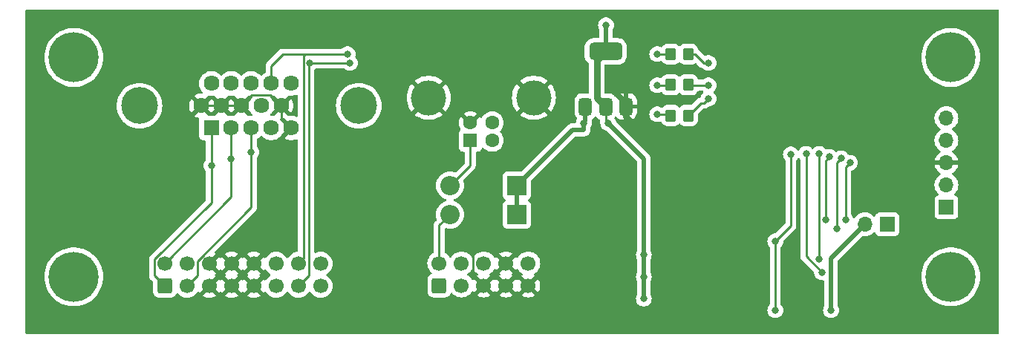
<source format=gbr>
%TF.GenerationSoftware,KiCad,Pcbnew,8.0.1*%
%TF.CreationDate,2024-03-28T11:36:41+01:00*%
%TF.ProjectId,pc1715-esp32vga,70633137-3135-42d6-9573-703332766761,rev?*%
%TF.SameCoordinates,Original*%
%TF.FileFunction,Copper,L2,Bot*%
%TF.FilePolarity,Positive*%
%FSLAX46Y46*%
G04 Gerber Fmt 4.6, Leading zero omitted, Abs format (unit mm)*
G04 Created by KiCad (PCBNEW 8.0.1) date 2024-03-28 11:36:41*
%MOMM*%
%LPD*%
G01*
G04 APERTURE LIST*
G04 Aperture macros list*
%AMRoundRect*
0 Rectangle with rounded corners*
0 $1 Rounding radius*
0 $2 $3 $4 $5 $6 $7 $8 $9 X,Y pos of 4 corners*
0 Add a 4 corners polygon primitive as box body*
4,1,4,$2,$3,$4,$5,$6,$7,$8,$9,$2,$3,0*
0 Add four circle primitives for the rounded corners*
1,1,$1+$1,$2,$3*
1,1,$1+$1,$4,$5*
1,1,$1+$1,$6,$7*
1,1,$1+$1,$8,$9*
0 Add four rect primitives between the rounded corners*
20,1,$1+$1,$2,$3,$4,$5,0*
20,1,$1+$1,$4,$5,$6,$7,0*
20,1,$1+$1,$6,$7,$8,$9,0*
20,1,$1+$1,$8,$9,$2,$3,0*%
G04 Aperture macros list end*
%TA.AperFunction,ComponentPad*%
%ADD10R,2.200000X2.200000*%
%TD*%
%TA.AperFunction,ComponentPad*%
%ADD11O,2.200000X2.200000*%
%TD*%
%TA.AperFunction,ComponentPad*%
%ADD12C,5.700000*%
%TD*%
%TA.AperFunction,ComponentPad*%
%ADD13RoundRect,0.250000X0.600000X-0.600000X0.600000X0.600000X-0.600000X0.600000X-0.600000X-0.600000X0*%
%TD*%
%TA.AperFunction,ComponentPad*%
%ADD14C,1.700000*%
%TD*%
%TA.AperFunction,ComponentPad*%
%ADD15R,1.600000X1.600000*%
%TD*%
%TA.AperFunction,ComponentPad*%
%ADD16C,1.600000*%
%TD*%
%TA.AperFunction,ComponentPad*%
%ADD17C,4.000000*%
%TD*%
%TA.AperFunction,ComponentPad*%
%ADD18R,1.785000X1.785000*%
%TD*%
%TA.AperFunction,ComponentPad*%
%ADD19C,1.785000*%
%TD*%
%TA.AperFunction,ComponentPad*%
%ADD20C,4.196000*%
%TD*%
%TA.AperFunction,ComponentPad*%
%ADD21R,1.700000X1.700000*%
%TD*%
%TA.AperFunction,ComponentPad*%
%ADD22O,1.700000X1.700000*%
%TD*%
%TA.AperFunction,SMDPad,CuDef*%
%ADD23RoundRect,0.250000X0.350000X0.450000X-0.350000X0.450000X-0.350000X-0.450000X0.350000X-0.450000X0*%
%TD*%
%TA.AperFunction,SMDPad,CuDef*%
%ADD24RoundRect,0.375000X0.375000X-0.625000X0.375000X0.625000X-0.375000X0.625000X-0.375000X-0.625000X0*%
%TD*%
%TA.AperFunction,SMDPad,CuDef*%
%ADD25RoundRect,0.500000X1.400000X-0.500000X1.400000X0.500000X-1.400000X0.500000X-1.400000X-0.500000X0*%
%TD*%
%TA.AperFunction,ViaPad*%
%ADD26C,0.800000*%
%TD*%
%TA.AperFunction,Conductor*%
%ADD27C,0.250000*%
%TD*%
%TA.AperFunction,Conductor*%
%ADD28C,0.700000*%
%TD*%
%TA.AperFunction,Conductor*%
%ADD29C,0.500000*%
%TD*%
%TA.AperFunction,Conductor*%
%ADD30C,0.750000*%
%TD*%
G04 APERTURE END LIST*
D10*
%TO.P,D1002,1,K*%
%TO.N,+5V*%
X160528000Y-69596000D03*
D11*
%TO.P,D1002,2,A*%
%TO.N,Net-(D1002-A)*%
X152908000Y-69596000D03*
%TD*%
D12*
%TO.P,H1003,1*%
%TO.N,N/C*%
X210000000Y-55000000D03*
%TD*%
D13*
%TO.P,J1001,1,Pin_1*%
%TO.N,Net-(D1001-A)*%
X151672500Y-81000000D03*
D14*
%TO.P,J1001,2,Pin_2*%
X151672500Y-78460000D03*
%TO.P,J1001,3,Pin_3*%
%TO.N,+3.3V*%
X154212500Y-81000000D03*
%TO.P,J1001,4,Pin_4*%
%TO.N,/VIDEO*%
X154212500Y-78460000D03*
%TO.P,J1001,5,Pin_5*%
%TO.N,GND*%
X156752500Y-81000000D03*
%TO.P,J1001,6,Pin_6*%
%TO.N,/INTENS*%
X156752500Y-78460000D03*
%TO.P,J1001,7,Pin_7*%
%TO.N,GND*%
X159292500Y-81000000D03*
%TO.P,J1001,8,Pin_8*%
X159292500Y-78460000D03*
%TO.P,J1001,9,Pin_9*%
X161832500Y-81000000D03*
%TO.P,J1001,10,Pin_10*%
%TO.N,/BSYNC*%
X161832500Y-78460000D03*
%TD*%
D12*
%TO.P,H1001,1*%
%TO.N,N/C*%
X110000000Y-55000000D03*
%TD*%
D15*
%TO.P,J1003,1,VBUS*%
%TO.N,Net-(D1002-A)*%
X155214000Y-64445500D03*
D16*
%TO.P,J1003,2,D-*%
%TO.N,/USB_DN*%
X157714000Y-64445500D03*
%TO.P,J1003,3,D+*%
%TO.N,/USB_DP*%
X157714000Y-62445500D03*
%TO.P,J1003,4,GND*%
%TO.N,GND*%
X155214000Y-62445500D03*
D17*
%TO.P,J1003,5,Shield*%
X150464000Y-59585500D03*
X162464000Y-59585500D03*
%TD*%
D12*
%TO.P,H1002,1*%
%TO.N,N/C*%
X110000000Y-80000000D03*
%TD*%
%TO.P,H1004,1*%
%TO.N,N/C*%
X210000000Y-80000000D03*
%TD*%
D13*
%TO.P,J1005,1,Pin_1*%
%TO.N,/RED*%
X120380000Y-81040000D03*
D14*
%TO.P,J1005,2,Pin_2*%
%TO.N,/GREEN*%
X120380000Y-78500000D03*
%TO.P,J1005,3,Pin_3*%
%TO.N,/BLUE*%
X122920000Y-81040000D03*
%TO.P,J1005,4,Pin_4*%
%TO.N,unconnected-(J1005-Pin_4-Pad4)*%
X122920000Y-78500000D03*
%TO.P,J1005,5,Pin_5*%
%TO.N,GND*%
X125460000Y-81040000D03*
%TO.P,J1005,6,Pin_6*%
X125460000Y-78500000D03*
%TO.P,J1005,7,Pin_7*%
X128000000Y-81040000D03*
%TO.P,J1005,8,Pin_8*%
X128000000Y-78500000D03*
%TO.P,J1005,9,Pin_9*%
X130540000Y-81040000D03*
%TO.P,J1005,10,Pin_10*%
X130540000Y-78500000D03*
%TO.P,J1005,11,Pin_11*%
%TO.N,unconnected-(J1005-Pin_11-Pad11)*%
X133080000Y-81040000D03*
%TO.P,J1005,12,Pin_12*%
%TO.N,unconnected-(J1005-Pin_12-Pad12)*%
X133080000Y-78500000D03*
%TO.P,J1005,13,Pin_13*%
%TO.N,/HSYNC*%
X135620000Y-81040000D03*
%TO.P,J1005,14,Pin_14*%
%TO.N,/VSYNC*%
X135620000Y-78500000D03*
%TO.P,J1005,15,Pin_15*%
%TO.N,unconnected-(J1005-Pin_15-Pad15)*%
X138160000Y-81040000D03*
%TO.P,J1005,16,Pin_16*%
%TO.N,unconnected-(J1005-Pin_16-Pad16)*%
X138160000Y-78500000D03*
%TD*%
D18*
%TO.P,J1002,1*%
%TO.N,/RED*%
X125685000Y-63040000D03*
D19*
%TO.P,J1002,2*%
%TO.N,/GREEN*%
X127965000Y-63040000D03*
%TO.P,J1002,3*%
%TO.N,/BLUE*%
X130245000Y-63040000D03*
%TO.P,J1002,4*%
%TO.N,unconnected-(J1002-Pad4)*%
X132525000Y-63040000D03*
%TO.P,J1002,5*%
%TO.N,GND*%
X134805000Y-63040000D03*
%TO.P,J1002,6*%
X124545000Y-60500000D03*
%TO.P,J1002,7*%
X126825000Y-60500000D03*
%TO.P,J1002,8*%
X129105000Y-60500000D03*
%TO.P,J1002,9*%
%TO.N,unconnected-(J1002-Pad9)*%
X131385000Y-60500000D03*
%TO.P,J1002,10*%
%TO.N,GND*%
X133665000Y-60500000D03*
%TO.P,J1002,11*%
%TO.N,unconnected-(J1002-Pad11)*%
X125685000Y-57960000D03*
%TO.P,J1002,12*%
%TO.N,unconnected-(J1002-Pad12)*%
X127965000Y-57960000D03*
%TO.P,J1002,13*%
%TO.N,/HSYNC*%
X130245000Y-57960000D03*
%TO.P,J1002,14*%
%TO.N,/VSYNC*%
X132525000Y-57960000D03*
%TO.P,J1002,15*%
%TO.N,unconnected-(J1002-Pad15)*%
X134805000Y-57960000D03*
D20*
%TO.P,J1002,SH1*%
%TO.N,N/C*%
X142500000Y-60500000D03*
%TO.P,J1002,SH2*%
X117500000Y-60500000D03*
%TD*%
D10*
%TO.P,D1001,1,K*%
%TO.N,+5V*%
X160528000Y-72898000D03*
D11*
%TO.P,D1001,2,A*%
%TO.N,Net-(D1001-A)*%
X152908000Y-72898000D03*
%TD*%
D21*
%TO.P,J1004,1,Pin_1*%
%TO.N,/K_LEFT*%
X209500000Y-72075000D03*
D22*
%TO.P,J1004,2,Pin_2*%
%TO.N,/K_UP*%
X209500000Y-69535000D03*
%TO.P,J1004,3,Pin_3*%
%TO.N,GND*%
X209500000Y-66995000D03*
%TO.P,J1004,4,Pin_4*%
%TO.N,/K_DOWN*%
X209500000Y-64455000D03*
%TO.P,J1004,5,Pin_5*%
%TO.N,/K_RIGHT*%
X209500000Y-61915000D03*
%TD*%
D21*
%TO.P,JP1001,1,A*%
%TO.N,Net-(JP1001-A)*%
X202750000Y-74025000D03*
D22*
%TO.P,JP1001,2,B*%
%TO.N,+3.3V*%
X200210000Y-74025000D03*
%TD*%
D23*
%TO.P,R1007,1*%
%TO.N,/G2*%
X180086000Y-58110000D03*
%TO.P,R1007,2*%
%TO.N,/GREEN*%
X178086000Y-58110000D03*
%TD*%
%TO.P,R1005,1*%
%TO.N,/B2*%
X180086000Y-54610000D03*
%TO.P,R1005,2*%
%TO.N,/BLUE*%
X178086000Y-54610000D03*
%TD*%
D24*
%TO.P,U1002,1,GND*%
%TO.N,GND*%
X172950500Y-60591500D03*
%TO.P,U1002,2,VO*%
%TO.N,+3.3V*%
X170650500Y-60591500D03*
D25*
X170650500Y-54291500D03*
D24*
%TO.P,U1002,3,VI*%
%TO.N,+5V*%
X168350500Y-60591500D03*
%TD*%
D23*
%TO.P,R1009,1*%
%TO.N,/R2*%
X180086000Y-61610000D03*
%TO.P,R1009,2*%
%TO.N,/RED*%
X178086000Y-61610000D03*
%TD*%
D26*
%TO.N,/RED*%
X176530000Y-61468000D03*
X125685000Y-67310000D03*
%TO.N,/GREEN*%
X176530000Y-58166000D03*
X127965000Y-66548000D03*
%TO.N,/BLUE*%
X176530000Y-54610000D03*
X130245000Y-65786000D03*
%TO.N,GND*%
X144526000Y-80518000D03*
X192278000Y-54864000D03*
X168656000Y-70866000D03*
X188214000Y-78486000D03*
X167894000Y-83566000D03*
X182626000Y-75184000D03*
X146812000Y-67818000D03*
X174244000Y-62992000D03*
X171196000Y-58420000D03*
X120396000Y-53086000D03*
X182626000Y-70866000D03*
X186000000Y-50500000D03*
X112776000Y-69342000D03*
X117094000Y-80518000D03*
X112776000Y-61468000D03*
X164592000Y-81026000D03*
X156464000Y-57912000D03*
X171704000Y-58928000D03*
X188468000Y-64516000D03*
X207772000Y-65532000D03*
X200000000Y-50500000D03*
X196088000Y-53086000D03*
X200406000Y-71120000D03*
%TO.N,+3.3V*%
X196342000Y-83820000D03*
X170942000Y-62484000D03*
X170688000Y-51308000D03*
X175000000Y-82500000D03*
X175000000Y-77500000D03*
X175000000Y-80000000D03*
%TO.N,+5V*%
X168148000Y-62484000D03*
%TO.N,/HSYNC*%
X141478000Y-55626000D03*
X136906000Y-55626000D03*
%TO.N,/VSYNC*%
X141230049Y-54616049D03*
%TO.N,/B2*%
X182372000Y-55626000D03*
%TO.N,/G2*%
X182372000Y-58166000D03*
%TO.N,/R2*%
X182372000Y-59690000D03*
%TO.N,Net-(U1001-GPIO14{slash}TOUCH14{slash}ADC2_CH3{slash}FSPIWP{slash}FSPIDQS{slash}SUBSPIWP)*%
X195000000Y-66000000D03*
X195000000Y-78000000D03*
%TO.N,Net-(U1001-GPIO13{slash}TOUCH13{slash}ADC2_CH2{slash}FSPIQ{slash}FSPIIO7{slash}SUBSPIQ)*%
X195326000Y-79502000D03*
X193500000Y-66000000D03*
%TO.N,/VIDEO*%
X197500000Y-66500000D03*
X197000000Y-74500000D03*
%TO.N,/INTENS*%
X198000000Y-73500000D03*
X198500000Y-67000000D03*
%TO.N,/BSYNC*%
X196175000Y-66325000D03*
X195725000Y-73500000D03*
%TO.N,Net-(U1001-EN)*%
X191770000Y-66040000D03*
X189992000Y-75946000D03*
X189992000Y-83820000D03*
%TD*%
D27*
%TO.N,GND*%
X155500000Y-79250000D02*
X155500000Y-77500000D01*
%TO.N,Net-(D1001-A)*%
X151672500Y-74133500D02*
X152908000Y-72898000D01*
X151672500Y-78460000D02*
X151672500Y-74133500D01*
%TO.N,Net-(D1002-A)*%
X155214000Y-64445500D02*
X155214000Y-67290000D01*
X155214000Y-67290000D02*
X152908000Y-69596000D01*
%TO.N,/RED*%
X176530000Y-61468000D02*
X177944000Y-61468000D01*
X119205000Y-79865000D02*
X119205000Y-78013299D01*
X125685000Y-71533299D02*
X125685000Y-67310000D01*
X120380000Y-81040000D02*
X119205000Y-79865000D01*
X177944000Y-61468000D02*
X178086000Y-61610000D01*
X119205000Y-78013299D02*
X125685000Y-71533299D01*
X125685000Y-67310000D02*
X125685000Y-63040000D01*
%TO.N,/GREEN*%
X127965000Y-70915000D02*
X127965000Y-63040000D01*
X178030000Y-58166000D02*
X178086000Y-58110000D01*
X176530000Y-58166000D02*
X178030000Y-58166000D01*
X120380000Y-78500000D02*
X127965000Y-70915000D01*
%TO.N,/BLUE*%
X176530000Y-54610000D02*
X178086000Y-54610000D01*
X124095000Y-79865000D02*
X124095000Y-78203299D01*
X122920000Y-81040000D02*
X124095000Y-79865000D01*
X130245000Y-65786000D02*
X130245000Y-63040000D01*
X130500000Y-63295000D02*
X130245000Y-63040000D01*
X130245000Y-72053299D02*
X130245000Y-65786000D01*
X124095000Y-78203299D02*
X130245000Y-72053299D01*
%TO.N,GND*%
X133665000Y-61900000D02*
X134805000Y-63040000D01*
X130322500Y-59282500D02*
X132447500Y-59282500D01*
D28*
X171704000Y-58928000D02*
X172950500Y-60174500D01*
D27*
X124545000Y-60500000D02*
X126825000Y-60500000D01*
D28*
X172950500Y-61698500D02*
X174244000Y-62992000D01*
D27*
X132447500Y-59282500D02*
X133665000Y-60500000D01*
D28*
X171196000Y-58420000D02*
X171704000Y-58928000D01*
D27*
X129105000Y-60500000D02*
X130322500Y-59282500D01*
D28*
X172950500Y-60174500D02*
X172950500Y-60591500D01*
D27*
X126825000Y-60500000D02*
X129105000Y-60500000D01*
D28*
X172950500Y-60591500D02*
X172950500Y-61698500D01*
D27*
X133665000Y-60500000D02*
X133665000Y-61900000D01*
D29*
%TO.N,+3.3V*%
X175000000Y-80000000D02*
X175000000Y-82500000D01*
X196342000Y-83820000D02*
X196342000Y-77893000D01*
X175000000Y-77500000D02*
X175000000Y-80000000D01*
X175000000Y-66542000D02*
X175000000Y-77500000D01*
D30*
X170650500Y-54291500D02*
X169650500Y-55291500D01*
D29*
X170942000Y-62484000D02*
X175000000Y-66542000D01*
D27*
X170650500Y-60591500D02*
X170650500Y-62192500D01*
D29*
X170650500Y-51345500D02*
X170688000Y-51308000D01*
D30*
X169650500Y-55291500D02*
X169650500Y-59591500D01*
D29*
X196342000Y-77893000D02*
X200210000Y-74025000D01*
X170650500Y-54291500D02*
X170650500Y-51345500D01*
D30*
X169650500Y-59591500D02*
X170650500Y-60591500D01*
D27*
X170650500Y-62192500D02*
X170942000Y-62484000D01*
D29*
%TO.N,+5V*%
X166878000Y-63246000D02*
X160528000Y-69596000D01*
X160528000Y-69596000D02*
X160528000Y-72898000D01*
X168350500Y-62281500D02*
X168148000Y-62484000D01*
X168350500Y-60591500D02*
X168350500Y-62281500D01*
X168148000Y-63246000D02*
X166878000Y-63246000D01*
X168148000Y-62484000D02*
X168148000Y-63246000D01*
D27*
%TO.N,/HSYNC*%
X141478000Y-55626000D02*
X136906000Y-55626000D01*
X136795000Y-55737000D02*
X136906000Y-55626000D01*
X136795000Y-79865000D02*
X136795000Y-55737000D01*
X135620000Y-81040000D02*
X136795000Y-79865000D01*
%TO.N,/VSYNC*%
X136181000Y-54833049D02*
X136398000Y-54616049D01*
X136398000Y-54616049D02*
X133851951Y-54616049D01*
X132525000Y-55943000D02*
X132525000Y-56134000D01*
X136181000Y-77939000D02*
X136181000Y-54833049D01*
X132525000Y-56134000D02*
X132525000Y-57960000D01*
X135620000Y-78500000D02*
X136181000Y-77939000D01*
X132960000Y-57960000D02*
X132525000Y-57960000D01*
X141230049Y-54616049D02*
X136398000Y-54616049D01*
X133851951Y-54616049D02*
X132525000Y-55943000D01*
%TO.N,/B2*%
X181864000Y-55626000D02*
X180848000Y-54610000D01*
X182372000Y-55626000D02*
X181864000Y-55626000D01*
X180848000Y-54610000D02*
X180086000Y-54610000D01*
%TO.N,/G2*%
X182372000Y-58166000D02*
X180142000Y-58166000D01*
X180142000Y-58166000D02*
X180086000Y-58110000D01*
%TO.N,/R2*%
X182372000Y-59690000D02*
X181864000Y-60198000D01*
X181864000Y-60198000D02*
X181498000Y-60198000D01*
X181498000Y-60198000D02*
X180086000Y-61610000D01*
%TO.N,Net-(U1001-GPIO14{slash}TOUCH14{slash}ADC2_CH3{slash}FSPIWP{slash}FSPIDQS{slash}SUBSPIWP)*%
X195000000Y-78000000D02*
X195000000Y-66000000D01*
%TO.N,Net-(U1001-GPIO13{slash}TOUCH13{slash}ADC2_CH2{slash}FSPIQ{slash}FSPIIO7{slash}SUBSPIQ)*%
X193500000Y-66000000D02*
X193500000Y-77676000D01*
X193500000Y-77676000D02*
X195326000Y-79502000D01*
%TO.N,/VIDEO*%
X197000000Y-74500000D02*
X197000000Y-67000000D01*
X197000000Y-67000000D02*
X197500000Y-66500000D01*
%TO.N,/INTENS*%
X198000000Y-73500000D02*
X198000000Y-67500000D01*
X198000000Y-67500000D02*
X198500000Y-67000000D01*
%TO.N,/BSYNC*%
X195725000Y-66775000D02*
X196175000Y-66325000D01*
X195725000Y-73500000D02*
X195725000Y-66775000D01*
%TO.N,Net-(U1001-EN)*%
X191770000Y-66040000D02*
X191770000Y-74168000D01*
X189992000Y-76200000D02*
X189992000Y-83820000D01*
X191770000Y-74168000D02*
X189992000Y-75946000D01*
X189992000Y-75946000D02*
X189992000Y-76200000D01*
%TD*%
%TA.AperFunction,Conductor*%
%TO.N,GND*%
G36*
X127534075Y-78692993D02*
G01*
X127599901Y-78807007D01*
X127692993Y-78900099D01*
X127807007Y-78965925D01*
X127870590Y-78982962D01*
X127238625Y-79614925D01*
X127315031Y-79668425D01*
X127358655Y-79723002D01*
X127365848Y-79792501D01*
X127334326Y-79854855D01*
X127315029Y-79871576D01*
X127238625Y-79925072D01*
X127870590Y-80557037D01*
X127807007Y-80574075D01*
X127692993Y-80639901D01*
X127599901Y-80732993D01*
X127534075Y-80847007D01*
X127517037Y-80910590D01*
X126885072Y-80278625D01*
X126885072Y-80278626D01*
X126831574Y-80355030D01*
X126776998Y-80398655D01*
X126707499Y-80405849D01*
X126645144Y-80374326D01*
X126628424Y-80355030D01*
X126574925Y-80278626D01*
X126574925Y-80278625D01*
X125942962Y-80910589D01*
X125925925Y-80847007D01*
X125860099Y-80732993D01*
X125767007Y-80639901D01*
X125652993Y-80574075D01*
X125589408Y-80557037D01*
X126221373Y-79925073D01*
X126144969Y-79871576D01*
X126101344Y-79816999D01*
X126094150Y-79747501D01*
X126125672Y-79685146D01*
X126144968Y-79668425D01*
X126221373Y-79614925D01*
X125589410Y-78982962D01*
X125652993Y-78965925D01*
X125767007Y-78900099D01*
X125860099Y-78807007D01*
X125925925Y-78692993D01*
X125942962Y-78629410D01*
X126574925Y-79261373D01*
X126628425Y-79184968D01*
X126683002Y-79141344D01*
X126752501Y-79134151D01*
X126814855Y-79165673D01*
X126831576Y-79184969D01*
X126885073Y-79261372D01*
X127517037Y-78629409D01*
X127534075Y-78692993D01*
G37*
%TD.AperFunction*%
%TA.AperFunction,Conductor*%
G36*
X130074075Y-78692993D02*
G01*
X130139901Y-78807007D01*
X130232993Y-78900099D01*
X130347007Y-78965925D01*
X130410590Y-78982962D01*
X129778625Y-79614925D01*
X129855031Y-79668425D01*
X129898655Y-79723002D01*
X129905848Y-79792501D01*
X129874326Y-79854855D01*
X129855029Y-79871576D01*
X129778625Y-79925072D01*
X130410590Y-80557037D01*
X130347007Y-80574075D01*
X130232993Y-80639901D01*
X130139901Y-80732993D01*
X130074075Y-80847007D01*
X130057037Y-80910590D01*
X129425072Y-80278625D01*
X129425072Y-80278626D01*
X129371574Y-80355030D01*
X129316998Y-80398655D01*
X129247499Y-80405849D01*
X129185144Y-80374326D01*
X129168424Y-80355030D01*
X129114925Y-80278626D01*
X129114925Y-80278625D01*
X128482962Y-80910589D01*
X128465925Y-80847007D01*
X128400099Y-80732993D01*
X128307007Y-80639901D01*
X128192993Y-80574075D01*
X128129410Y-80557037D01*
X128761373Y-79925073D01*
X128684969Y-79871576D01*
X128641344Y-79816999D01*
X128634150Y-79747501D01*
X128665672Y-79685146D01*
X128684968Y-79668425D01*
X128761373Y-79614925D01*
X128129409Y-78982962D01*
X128192993Y-78965925D01*
X128307007Y-78900099D01*
X128400099Y-78807007D01*
X128465925Y-78692993D01*
X128482962Y-78629410D01*
X129114925Y-79261373D01*
X129168425Y-79184968D01*
X129223002Y-79141344D01*
X129292501Y-79134151D01*
X129354855Y-79165673D01*
X129371576Y-79184969D01*
X129425073Y-79261372D01*
X130057037Y-78629409D01*
X130074075Y-78692993D01*
G37*
%TD.AperFunction*%
%TA.AperFunction,Conductor*%
G36*
X131654925Y-79261373D02*
G01*
X131708119Y-79185405D01*
X131762696Y-79141781D01*
X131832195Y-79134588D01*
X131894549Y-79166110D01*
X131911269Y-79185405D01*
X132041505Y-79371401D01*
X132041506Y-79371402D01*
X132208597Y-79538493D01*
X132208603Y-79538498D01*
X132394158Y-79668425D01*
X132437783Y-79723002D01*
X132444977Y-79792500D01*
X132413454Y-79854855D01*
X132394158Y-79871575D01*
X132208597Y-80001505D01*
X132041505Y-80168597D01*
X131911269Y-80354595D01*
X131856692Y-80398220D01*
X131787194Y-80405414D01*
X131724839Y-80373891D01*
X131708119Y-80354595D01*
X131654925Y-80278626D01*
X131654925Y-80278625D01*
X131022962Y-80910589D01*
X131005925Y-80847007D01*
X130940099Y-80732993D01*
X130847007Y-80639901D01*
X130732993Y-80574075D01*
X130669410Y-80557037D01*
X131301373Y-79925073D01*
X131224969Y-79871576D01*
X131181344Y-79816999D01*
X131174150Y-79747501D01*
X131205672Y-79685146D01*
X131224968Y-79668425D01*
X131301373Y-79614925D01*
X130669409Y-78982962D01*
X130732993Y-78965925D01*
X130847007Y-78900099D01*
X130940099Y-78807007D01*
X131005925Y-78692993D01*
X131022962Y-78629410D01*
X131654925Y-79261373D01*
G37*
%TD.AperFunction*%
%TA.AperFunction,Conductor*%
G36*
X134250548Y-63269661D02*
G01*
X134328882Y-63405338D01*
X134439662Y-63516118D01*
X134575339Y-63594452D01*
X134598020Y-63600529D01*
X134011544Y-64187006D01*
X134011545Y-64187007D01*
X134040762Y-64209747D01*
X134040764Y-64209748D01*
X134243720Y-64319583D01*
X134243729Y-64319586D01*
X134461987Y-64394515D01*
X134689615Y-64432500D01*
X134920385Y-64432500D01*
X135148012Y-64394515D01*
X135366270Y-64319586D01*
X135366286Y-64319579D01*
X135372480Y-64316228D01*
X135440808Y-64301631D01*
X135506181Y-64326292D01*
X135547843Y-64382382D01*
X135555500Y-64425281D01*
X135555500Y-77036359D01*
X135535815Y-77103398D01*
X135483011Y-77149153D01*
X135442309Y-77159887D01*
X135384596Y-77164936D01*
X135384586Y-77164938D01*
X135156344Y-77226094D01*
X135156335Y-77226098D01*
X134942171Y-77325964D01*
X134942169Y-77325965D01*
X134748597Y-77461505D01*
X134581505Y-77628597D01*
X134451575Y-77814158D01*
X134396998Y-77857783D01*
X134327500Y-77864977D01*
X134265145Y-77833454D01*
X134248425Y-77814158D01*
X134118494Y-77628597D01*
X133951402Y-77461506D01*
X133951395Y-77461501D01*
X133757834Y-77325967D01*
X133757830Y-77325965D01*
X133707344Y-77302423D01*
X133543663Y-77226097D01*
X133543659Y-77226096D01*
X133543655Y-77226094D01*
X133315413Y-77164938D01*
X133315403Y-77164936D01*
X133080001Y-77144341D01*
X133079999Y-77144341D01*
X132844596Y-77164936D01*
X132844586Y-77164938D01*
X132616344Y-77226094D01*
X132616335Y-77226098D01*
X132402171Y-77325964D01*
X132402169Y-77325965D01*
X132208597Y-77461505D01*
X132041505Y-77628597D01*
X131911269Y-77814595D01*
X131856692Y-77858220D01*
X131787194Y-77865414D01*
X131724839Y-77833891D01*
X131708119Y-77814595D01*
X131654925Y-77738626D01*
X131654925Y-77738625D01*
X131022962Y-78370589D01*
X131005925Y-78307007D01*
X130940099Y-78192993D01*
X130847007Y-78099901D01*
X130732993Y-78034075D01*
X130669410Y-78017037D01*
X131301373Y-77385073D01*
X131301373Y-77385072D01*
X131217583Y-77326402D01*
X131217579Y-77326400D01*
X131003492Y-77226570D01*
X131003483Y-77226566D01*
X130775326Y-77165432D01*
X130775315Y-77165430D01*
X130540002Y-77144843D01*
X130539998Y-77144843D01*
X130304684Y-77165430D01*
X130304673Y-77165432D01*
X130076516Y-77226566D01*
X130076507Y-77226570D01*
X129862419Y-77326401D01*
X129778625Y-77385072D01*
X130410590Y-78017037D01*
X130347007Y-78034075D01*
X130232993Y-78099901D01*
X130139901Y-78192993D01*
X130074075Y-78307007D01*
X130057037Y-78370590D01*
X129425072Y-77738625D01*
X129425072Y-77738626D01*
X129371574Y-77815030D01*
X129316998Y-77858655D01*
X129247499Y-77865849D01*
X129185144Y-77834326D01*
X129168424Y-77815030D01*
X129114925Y-77738626D01*
X129114925Y-77738625D01*
X128482962Y-78370589D01*
X128465925Y-78307007D01*
X128400099Y-78192993D01*
X128307007Y-78099901D01*
X128192993Y-78034075D01*
X128129410Y-78017037D01*
X128761373Y-77385073D01*
X128761373Y-77385072D01*
X128677583Y-77326402D01*
X128677579Y-77326400D01*
X128463492Y-77226570D01*
X128463483Y-77226566D01*
X128235326Y-77165432D01*
X128235315Y-77165430D01*
X128000002Y-77144843D01*
X127999998Y-77144843D01*
X127764684Y-77165430D01*
X127764673Y-77165432D01*
X127536516Y-77226566D01*
X127536507Y-77226570D01*
X127322419Y-77326401D01*
X127238625Y-77385072D01*
X127870590Y-78017037D01*
X127807007Y-78034075D01*
X127692993Y-78099901D01*
X127599901Y-78192993D01*
X127534075Y-78307007D01*
X127517037Y-78370590D01*
X126885072Y-77738625D01*
X126885072Y-77738626D01*
X126831574Y-77815030D01*
X126776998Y-77858655D01*
X126707499Y-77865849D01*
X126645144Y-77834326D01*
X126628424Y-77815030D01*
X126574925Y-77738626D01*
X126574925Y-77738625D01*
X125942962Y-78370589D01*
X125925925Y-78307007D01*
X125860099Y-78192993D01*
X125767007Y-78099901D01*
X125652993Y-78034075D01*
X125589409Y-78017037D01*
X126221373Y-77385073D01*
X126221373Y-77385072D01*
X126137583Y-77326402D01*
X126137573Y-77326397D01*
X126106376Y-77311849D01*
X126053937Y-77265676D01*
X126034786Y-77198483D01*
X126055003Y-77131602D01*
X126071095Y-77111793D01*
X130730857Y-72452033D01*
X130764363Y-72401889D01*
X130799311Y-72349585D01*
X130846463Y-72235751D01*
X130870500Y-72114905D01*
X130870500Y-66484687D01*
X130890185Y-66417648D01*
X130902350Y-66401715D01*
X130932451Y-66368284D01*
X130977533Y-66318216D01*
X131072179Y-66154284D01*
X131130674Y-65974256D01*
X131150460Y-65786000D01*
X131130674Y-65597744D01*
X131072179Y-65417716D01*
X130977533Y-65253784D01*
X130943378Y-65215851D01*
X130902350Y-65170284D01*
X130872120Y-65107292D01*
X130870500Y-65087312D01*
X130870500Y-64359285D01*
X130890185Y-64292246D01*
X130935484Y-64250230D01*
X131009510Y-64210170D01*
X131191687Y-64068376D01*
X131293772Y-63957481D01*
X131353656Y-63921492D01*
X131423495Y-63923591D01*
X131476227Y-63957481D01*
X131558308Y-64046644D01*
X131578310Y-64068373D01*
X131578319Y-64068381D01*
X131760481Y-64210164D01*
X131760488Y-64210168D01*
X131760490Y-64210170D01*
X131963521Y-64320044D01*
X132181867Y-64395002D01*
X132409573Y-64433000D01*
X132409574Y-64433000D01*
X132640426Y-64433000D01*
X132640427Y-64433000D01*
X132868133Y-64395002D01*
X133086479Y-64320044D01*
X133289510Y-64210170D01*
X133290054Y-64209747D01*
X133438603Y-64094126D01*
X133471687Y-64068376D01*
X133628040Y-63898531D01*
X133687210Y-63807964D01*
X133703329Y-63788116D01*
X134244469Y-63246976D01*
X134250548Y-63269661D01*
G37*
%TD.AperFunction*%
%TA.AperFunction,Conductor*%
G36*
X133984471Y-61878398D02*
G01*
X134023198Y-61904645D01*
X134598022Y-62479469D01*
X134575339Y-62485548D01*
X134439662Y-62563882D01*
X134328882Y-62674662D01*
X134250548Y-62810339D01*
X134244470Y-62833022D01*
X133703331Y-62291884D01*
X133687203Y-62272025D01*
X133675496Y-62254106D01*
X133628040Y-62181469D01*
X133553486Y-62100482D01*
X133522565Y-62037828D01*
X133530425Y-61968402D01*
X133574572Y-61914247D01*
X133640990Y-61892556D01*
X133644717Y-61892500D01*
X133780381Y-61892500D01*
X133780387Y-61892499D01*
X133915106Y-61870017D01*
X133984471Y-61878398D01*
G37*
%TD.AperFunction*%
%TA.AperFunction,Conductor*%
G36*
X135506182Y-59246862D02*
G01*
X135547843Y-59302952D01*
X135555500Y-59345850D01*
X135555500Y-61654718D01*
X135535815Y-61721757D01*
X135483011Y-61767512D01*
X135413853Y-61777456D01*
X135372488Y-61763776D01*
X135366284Y-61760419D01*
X135366270Y-61760413D01*
X135148012Y-61685484D01*
X134920385Y-61647500D01*
X134689614Y-61647500D01*
X134554890Y-61669981D01*
X134485525Y-61661599D01*
X134446800Y-61635353D01*
X133871977Y-61060530D01*
X133894661Y-61054452D01*
X134030338Y-60976118D01*
X134141118Y-60865338D01*
X134219452Y-60729661D01*
X134225529Y-60706977D01*
X134810767Y-61292215D01*
X134893863Y-61165029D01*
X134986564Y-60953691D01*
X135043215Y-60729979D01*
X135062272Y-60500005D01*
X135062272Y-60499994D01*
X135043215Y-60270020D01*
X134986564Y-60046308D01*
X134893865Y-59834975D01*
X134810767Y-59707783D01*
X134225529Y-60293021D01*
X134219452Y-60270339D01*
X134141118Y-60134662D01*
X134030338Y-60023882D01*
X133894661Y-59945548D01*
X133871977Y-59939469D01*
X134446366Y-59365080D01*
X134507689Y-59331595D01*
X134554453Y-59330452D01*
X134689573Y-59353000D01*
X134689575Y-59353000D01*
X134920426Y-59353000D01*
X134920427Y-59353000D01*
X135148133Y-59315002D01*
X135366479Y-59240044D01*
X135369314Y-59238509D01*
X135372482Y-59236796D01*
X135440810Y-59222200D01*
X135506182Y-59246862D01*
G37*
%TD.AperFunction*%
%TA.AperFunction,Conductor*%
G36*
X128550548Y-60729661D02*
G01*
X128628882Y-60865338D01*
X128739662Y-60976118D01*
X128875339Y-61054452D01*
X128898022Y-61060529D01*
X128323632Y-61634918D01*
X128262309Y-61668403D01*
X128215542Y-61669546D01*
X128080427Y-61647000D01*
X127849573Y-61647000D01*
X127811167Y-61653409D01*
X127714457Y-61669547D01*
X127645092Y-61661165D01*
X127606366Y-61634919D01*
X127031977Y-61060530D01*
X127054661Y-61054452D01*
X127190338Y-60976118D01*
X127301118Y-60865338D01*
X127379452Y-60729661D01*
X127385530Y-60706977D01*
X127965000Y-61286447D01*
X128544469Y-60706977D01*
X128550548Y-60729661D01*
G37*
%TD.AperFunction*%
%TA.AperFunction,Conductor*%
G36*
X130206670Y-61248117D02*
G01*
X130222797Y-61267976D01*
X130281463Y-61357771D01*
X130281960Y-61358531D01*
X130356053Y-61439018D01*
X130386975Y-61501672D01*
X130379115Y-61571098D01*
X130334968Y-61625253D01*
X130268550Y-61646944D01*
X130264823Y-61647000D01*
X130129573Y-61647000D01*
X130091167Y-61653409D01*
X129994457Y-61669547D01*
X129925092Y-61661165D01*
X129886366Y-61634919D01*
X129311977Y-61060530D01*
X129334661Y-61054452D01*
X129470338Y-60976118D01*
X129581118Y-60865338D01*
X129659452Y-60729661D01*
X129665530Y-60706977D01*
X130206670Y-61248117D01*
G37*
%TD.AperFunction*%
%TA.AperFunction,Conductor*%
G36*
X133110548Y-60729661D02*
G01*
X133188882Y-60865338D01*
X133299662Y-60976118D01*
X133435339Y-61054452D01*
X133458022Y-61060529D01*
X132883632Y-61634918D01*
X132822309Y-61668403D01*
X132775542Y-61669546D01*
X132640427Y-61647000D01*
X132505177Y-61647000D01*
X132438138Y-61627315D01*
X132392383Y-61574511D01*
X132382439Y-61505353D01*
X132411464Y-61441797D01*
X132413947Y-61439018D01*
X132434077Y-61417150D01*
X132488040Y-61358531D01*
X132547210Y-61267964D01*
X132563329Y-61248116D01*
X133104469Y-60706976D01*
X133110548Y-60729661D01*
G37*
%TD.AperFunction*%
%TA.AperFunction,Conductor*%
G36*
X126270548Y-60729661D02*
G01*
X126348882Y-60865338D01*
X126459662Y-60976118D01*
X126595339Y-61054452D01*
X126618022Y-61060530D01*
X126067871Y-61610681D01*
X126006548Y-61644166D01*
X125980190Y-61647000D01*
X125389809Y-61647000D01*
X125322770Y-61627315D01*
X125302128Y-61610681D01*
X124751977Y-61060530D01*
X124774661Y-61054452D01*
X124910338Y-60976118D01*
X125021118Y-60865338D01*
X125099452Y-60729661D01*
X125105530Y-60706977D01*
X125685000Y-61286447D01*
X126264469Y-60706977D01*
X126270548Y-60729661D01*
G37*
%TD.AperFunction*%
%TA.AperFunction,Conductor*%
G36*
X126004907Y-59338834D02*
G01*
X126043633Y-59365080D01*
X126618022Y-59939469D01*
X126595339Y-59945548D01*
X126459662Y-60023882D01*
X126348882Y-60134662D01*
X126270548Y-60270339D01*
X126264469Y-60293022D01*
X125685000Y-59713553D01*
X125105530Y-60293022D01*
X125099452Y-60270339D01*
X125021118Y-60134662D01*
X124910338Y-60023882D01*
X124774661Y-59945548D01*
X124751977Y-59939469D01*
X125326366Y-59365080D01*
X125387689Y-59331595D01*
X125434453Y-59330452D01*
X125569573Y-59353000D01*
X125569575Y-59353000D01*
X125800425Y-59353000D01*
X125800427Y-59353000D01*
X125935544Y-59330452D01*
X126004907Y-59338834D01*
G37*
%TD.AperFunction*%
%TA.AperFunction,Conductor*%
G36*
X128284907Y-59338834D02*
G01*
X128323633Y-59365080D01*
X128898022Y-59939469D01*
X128875339Y-59945548D01*
X128739662Y-60023882D01*
X128628882Y-60134662D01*
X128550548Y-60270339D01*
X128544469Y-60293022D01*
X127965000Y-59713553D01*
X127385530Y-60293022D01*
X127379452Y-60270339D01*
X127301118Y-60134662D01*
X127190338Y-60023882D01*
X127054661Y-59945548D01*
X127031977Y-59939469D01*
X127606366Y-59365080D01*
X127667689Y-59331595D01*
X127714453Y-59330452D01*
X127849573Y-59353000D01*
X127849575Y-59353000D01*
X128080425Y-59353000D01*
X128080427Y-59353000D01*
X128215544Y-59330452D01*
X128284907Y-59338834D01*
G37*
%TD.AperFunction*%
%TA.AperFunction,Conductor*%
G36*
X132844907Y-59338834D02*
G01*
X132883633Y-59365080D01*
X133458022Y-59939469D01*
X133435339Y-59945548D01*
X133299662Y-60023882D01*
X133188882Y-60134662D01*
X133110548Y-60270339D01*
X133104469Y-60293022D01*
X132563331Y-59751884D01*
X132547203Y-59732025D01*
X132547202Y-59732023D01*
X132488040Y-59641469D01*
X132413946Y-59560981D01*
X132383025Y-59498328D01*
X132390885Y-59428902D01*
X132435032Y-59374747D01*
X132501450Y-59353056D01*
X132505177Y-59353000D01*
X132640425Y-59353000D01*
X132640427Y-59353000D01*
X132775544Y-59330452D01*
X132844907Y-59338834D01*
G37*
%TD.AperFunction*%
%TA.AperFunction,Conductor*%
G36*
X130129573Y-59353000D02*
G01*
X130129575Y-59353000D01*
X130264823Y-59353000D01*
X130331862Y-59372685D01*
X130377617Y-59425489D01*
X130387561Y-59494647D01*
X130358536Y-59558203D01*
X130356071Y-59560961D01*
X130337674Y-59580947D01*
X130281959Y-59641469D01*
X130222797Y-59732023D01*
X130206670Y-59751881D01*
X129665529Y-60293021D01*
X129659452Y-60270339D01*
X129581118Y-60134662D01*
X129470338Y-60023882D01*
X129334661Y-59945548D01*
X129311977Y-59939469D01*
X129886366Y-59365080D01*
X129947689Y-59331595D01*
X129994453Y-59330452D01*
X130129573Y-59353000D01*
G37*
%TD.AperFunction*%
%TA.AperFunction,Conductor*%
G36*
X155567355Y-79126546D02*
G01*
X155584075Y-79145842D01*
X155714000Y-79331395D01*
X155714005Y-79331401D01*
X155881099Y-79498495D01*
X156066658Y-79628425D01*
X156067094Y-79628730D01*
X156110718Y-79683307D01*
X156117911Y-79752806D01*
X156086389Y-79815160D01*
X156067093Y-79831880D01*
X155991126Y-79885072D01*
X155991125Y-79885072D01*
X156623090Y-80517037D01*
X156559507Y-80534075D01*
X156445493Y-80599901D01*
X156352401Y-80692993D01*
X156286575Y-80807007D01*
X156269537Y-80870590D01*
X155637573Y-80238626D01*
X155584381Y-80314594D01*
X155529804Y-80358219D01*
X155460306Y-80365413D01*
X155397951Y-80333891D01*
X155381230Y-80314594D01*
X155250994Y-80128597D01*
X155083902Y-79961506D01*
X155083896Y-79961501D01*
X154898342Y-79831575D01*
X154854717Y-79776998D01*
X154847523Y-79707500D01*
X154879046Y-79645145D01*
X154898342Y-79628425D01*
X154927443Y-79608048D01*
X155083901Y-79498495D01*
X155250995Y-79331401D01*
X155380925Y-79145842D01*
X155435502Y-79102217D01*
X155505000Y-79095023D01*
X155567355Y-79126546D01*
G37*
%TD.AperFunction*%
%TA.AperFunction,Conductor*%
G36*
X160407425Y-79221373D02*
G01*
X160460619Y-79145405D01*
X160515196Y-79101781D01*
X160584695Y-79094588D01*
X160647049Y-79126110D01*
X160663769Y-79145405D01*
X160794005Y-79331401D01*
X160961099Y-79498495D01*
X161146658Y-79628425D01*
X161147094Y-79628730D01*
X161190718Y-79683307D01*
X161197911Y-79752806D01*
X161166389Y-79815160D01*
X161147093Y-79831880D01*
X161071126Y-79885072D01*
X161071125Y-79885072D01*
X161703090Y-80517037D01*
X161639507Y-80534075D01*
X161525493Y-80599901D01*
X161432401Y-80692993D01*
X161366575Y-80807007D01*
X161349537Y-80870590D01*
X160717572Y-80238625D01*
X160717572Y-80238626D01*
X160664074Y-80315030D01*
X160609498Y-80358655D01*
X160539999Y-80365849D01*
X160477644Y-80334326D01*
X160460924Y-80315030D01*
X160407425Y-80238626D01*
X160407425Y-80238625D01*
X159775462Y-80870589D01*
X159758425Y-80807007D01*
X159692599Y-80692993D01*
X159599507Y-80599901D01*
X159485493Y-80534075D01*
X159421910Y-80517037D01*
X160053873Y-79885073D01*
X159977469Y-79831576D01*
X159933844Y-79776999D01*
X159926650Y-79707501D01*
X159958172Y-79645146D01*
X159977468Y-79628425D01*
X160053873Y-79574925D01*
X159421909Y-78942962D01*
X159485493Y-78925925D01*
X159599507Y-78860099D01*
X159692599Y-78767007D01*
X159758425Y-78652993D01*
X159775462Y-78589410D01*
X160407425Y-79221373D01*
G37*
%TD.AperFunction*%
%TA.AperFunction,Conductor*%
G36*
X158826575Y-78652993D02*
G01*
X158892401Y-78767007D01*
X158985493Y-78860099D01*
X159099507Y-78925925D01*
X159163090Y-78942962D01*
X158531125Y-79574925D01*
X158607531Y-79628425D01*
X158651155Y-79683002D01*
X158658348Y-79752501D01*
X158626826Y-79814855D01*
X158607529Y-79831576D01*
X158531125Y-79885072D01*
X159163090Y-80517037D01*
X159099507Y-80534075D01*
X158985493Y-80599901D01*
X158892401Y-80692993D01*
X158826575Y-80807007D01*
X158809537Y-80870589D01*
X158177573Y-80238625D01*
X158177572Y-80238626D01*
X158124074Y-80315030D01*
X158069498Y-80358655D01*
X157999999Y-80365849D01*
X157937644Y-80334326D01*
X157920924Y-80315030D01*
X157867425Y-80238626D01*
X157867425Y-80238625D01*
X157235462Y-80870589D01*
X157218425Y-80807007D01*
X157152599Y-80692993D01*
X157059507Y-80599901D01*
X156945493Y-80534075D01*
X156881910Y-80517037D01*
X157513873Y-79885073D01*
X157513873Y-79885072D01*
X157437905Y-79831880D01*
X157394280Y-79777304D01*
X157387086Y-79707805D01*
X157418608Y-79645451D01*
X157437899Y-79628734D01*
X157623901Y-79498495D01*
X157790995Y-79331401D01*
X157921232Y-79145403D01*
X157975807Y-79101780D01*
X158045305Y-79094586D01*
X158107660Y-79126109D01*
X158124380Y-79145405D01*
X158177573Y-79221373D01*
X158809537Y-78589409D01*
X158826575Y-78652993D01*
G37*
%TD.AperFunction*%
%TA.AperFunction,Conductor*%
G36*
X215443039Y-49519685D02*
G01*
X215488794Y-49572489D01*
X215500000Y-49624000D01*
X215500000Y-86376000D01*
X215480315Y-86443039D01*
X215427511Y-86488794D01*
X215376000Y-86500000D01*
X104624000Y-86500000D01*
X104556961Y-86480315D01*
X104511206Y-86427511D01*
X104500000Y-86376000D01*
X104500000Y-83820000D01*
X189086540Y-83820000D01*
X189106326Y-84008256D01*
X189106327Y-84008259D01*
X189164818Y-84188277D01*
X189164821Y-84188284D01*
X189259467Y-84352216D01*
X189386129Y-84492888D01*
X189539265Y-84604148D01*
X189539270Y-84604151D01*
X189712192Y-84681142D01*
X189712197Y-84681144D01*
X189897354Y-84720500D01*
X189897355Y-84720500D01*
X190086644Y-84720500D01*
X190086646Y-84720500D01*
X190271803Y-84681144D01*
X190444730Y-84604151D01*
X190597871Y-84492888D01*
X190724533Y-84352216D01*
X190819179Y-84188284D01*
X190877674Y-84008256D01*
X190897460Y-83820000D01*
X190877674Y-83631744D01*
X190819179Y-83451716D01*
X190724533Y-83287784D01*
X190675310Y-83233116D01*
X190649350Y-83204284D01*
X190619120Y-83141292D01*
X190617500Y-83121312D01*
X190617500Y-76644687D01*
X190637185Y-76577648D01*
X190649350Y-76561715D01*
X190667891Y-76541122D01*
X190724533Y-76478216D01*
X190819179Y-76314284D01*
X190877674Y-76134256D01*
X190895321Y-75966344D01*
X190921904Y-75901734D01*
X190930951Y-75891638D01*
X192255858Y-74566733D01*
X192324312Y-74464285D01*
X192371463Y-74350451D01*
X192375307Y-74331128D01*
X192395500Y-74229606D01*
X192395500Y-66738687D01*
X192415185Y-66671648D01*
X192427350Y-66655715D01*
X192449340Y-66631292D01*
X192502533Y-66572216D01*
X192539160Y-66508775D01*
X192589726Y-66460561D01*
X192658333Y-66447337D01*
X192723198Y-66473305D01*
X192753935Y-66508777D01*
X192767467Y-66532216D01*
X192842650Y-66615715D01*
X192872880Y-66678706D01*
X192874500Y-66698687D01*
X192874500Y-77737609D01*
X192883364Y-77782170D01*
X192893046Y-77830848D01*
X192896698Y-77849207D01*
X192898536Y-77858448D01*
X192898536Y-77858449D01*
X192898537Y-77858451D01*
X192902607Y-77868277D01*
X192945688Y-77972286D01*
X192945690Y-77972290D01*
X192968687Y-78006706D01*
X192968688Y-78006707D01*
X193014141Y-78074732D01*
X193014144Y-78074736D01*
X193105586Y-78166178D01*
X193105608Y-78166198D01*
X194387038Y-79447628D01*
X194420523Y-79508951D01*
X194422678Y-79522347D01*
X194428661Y-79579272D01*
X194440326Y-79690256D01*
X194440327Y-79690259D01*
X194498818Y-79870277D01*
X194498821Y-79870284D01*
X194593467Y-80034216D01*
X194681532Y-80132022D01*
X194720129Y-80174888D01*
X194873265Y-80286148D01*
X194873270Y-80286151D01*
X195046192Y-80363142D01*
X195046197Y-80363144D01*
X195231354Y-80402500D01*
X195231355Y-80402500D01*
X195420642Y-80402500D01*
X195420646Y-80402500D01*
X195441721Y-80398020D01*
X195511384Y-80403335D01*
X195567118Y-80445471D01*
X195591225Y-80511050D01*
X195591500Y-80519310D01*
X195591500Y-83285677D01*
X195574887Y-83347677D01*
X195514821Y-83451714D01*
X195456327Y-83631740D01*
X195456326Y-83631744D01*
X195436540Y-83820000D01*
X195456326Y-84008256D01*
X195456327Y-84008259D01*
X195514818Y-84188277D01*
X195514821Y-84188284D01*
X195609467Y-84352216D01*
X195736129Y-84492888D01*
X195889265Y-84604148D01*
X195889270Y-84604151D01*
X196062192Y-84681142D01*
X196062197Y-84681144D01*
X196247354Y-84720500D01*
X196247355Y-84720500D01*
X196436644Y-84720500D01*
X196436646Y-84720500D01*
X196621803Y-84681144D01*
X196794730Y-84604151D01*
X196947871Y-84492888D01*
X197074533Y-84352216D01*
X197169179Y-84188284D01*
X197227674Y-84008256D01*
X197247460Y-83820000D01*
X197227674Y-83631744D01*
X197169179Y-83451716D01*
X197116887Y-83361142D01*
X197109113Y-83347677D01*
X197092500Y-83285677D01*
X197092500Y-80000002D01*
X206644579Y-80000002D01*
X206664248Y-80362782D01*
X206664250Y-80362799D01*
X206723024Y-80721303D01*
X206723030Y-80721329D01*
X206820221Y-81071381D01*
X206820226Y-81071396D01*
X206954700Y-81408901D01*
X206954706Y-81408913D01*
X207124878Y-81729892D01*
X207124881Y-81729897D01*
X207124883Y-81729900D01*
X207173343Y-81801373D01*
X207328772Y-82030613D01*
X207544692Y-82284814D01*
X207563979Y-82307521D01*
X207827746Y-82557375D01*
X208116981Y-82777245D01*
X208428292Y-82964555D01*
X208428294Y-82964556D01*
X208428296Y-82964557D01*
X208428300Y-82964559D01*
X208574535Y-83032214D01*
X208758031Y-83117108D01*
X209102330Y-83233116D01*
X209457153Y-83311218D01*
X209818341Y-83350500D01*
X209818347Y-83350500D01*
X210181653Y-83350500D01*
X210181659Y-83350500D01*
X210542847Y-83311218D01*
X210897670Y-83233116D01*
X211241969Y-83117108D01*
X211571708Y-82964555D01*
X211883019Y-82777245D01*
X212172254Y-82557375D01*
X212436021Y-82307521D01*
X212671227Y-82030614D01*
X212875117Y-81729900D01*
X213045298Y-81408905D01*
X213179775Y-81071391D01*
X213188491Y-81040001D01*
X213276969Y-80721329D01*
X213276973Y-80721316D01*
X213317794Y-80472321D01*
X213335749Y-80362799D01*
X213335751Y-80362782D01*
X213335999Y-80358219D01*
X213351047Y-80080665D01*
X213355421Y-80000002D01*
X213355421Y-79999997D01*
X213339979Y-79715187D01*
X213335751Y-79637215D01*
X213334849Y-79631716D01*
X213276975Y-79278696D01*
X213276974Y-79278695D01*
X213276973Y-79278684D01*
X213225859Y-79094588D01*
X213179778Y-78928618D01*
X213179773Y-78928603D01*
X213045299Y-78591098D01*
X213045298Y-78591095D01*
X212875117Y-78270100D01*
X212671227Y-77969386D01*
X212436021Y-77692479D01*
X212172254Y-77442625D01*
X212172244Y-77442617D01*
X212092296Y-77381843D01*
X211883019Y-77222755D01*
X211571708Y-77035445D01*
X211571707Y-77035444D01*
X211571703Y-77035442D01*
X211571699Y-77035440D01*
X211241979Y-76882896D01*
X211241974Y-76882894D01*
X211241969Y-76882892D01*
X211074143Y-76826344D01*
X210897669Y-76766883D01*
X210542845Y-76688781D01*
X210181660Y-76649500D01*
X210181659Y-76649500D01*
X209818341Y-76649500D01*
X209818339Y-76649500D01*
X209457154Y-76688781D01*
X209102330Y-76766883D01*
X208836178Y-76856560D01*
X208758031Y-76882892D01*
X208758028Y-76882893D01*
X208758020Y-76882896D01*
X208428300Y-77035440D01*
X208428296Y-77035442D01*
X208249707Y-77142896D01*
X208116981Y-77222755D01*
X208065930Y-77261563D01*
X207827755Y-77442617D01*
X207827745Y-77442625D01*
X207563978Y-77692479D01*
X207328772Y-77969386D01*
X207124884Y-78270098D01*
X207124878Y-78270107D01*
X206954706Y-78591086D01*
X206954700Y-78591098D01*
X206820226Y-78928603D01*
X206820221Y-78928618D01*
X206723030Y-79278670D01*
X206723024Y-79278696D01*
X206664250Y-79637200D01*
X206664248Y-79637217D01*
X206644579Y-79999997D01*
X206644579Y-80000002D01*
X197092500Y-80000002D01*
X197092500Y-78255229D01*
X197112185Y-78188190D01*
X197128814Y-78167553D01*
X199898499Y-75397867D01*
X199959820Y-75364384D01*
X199996984Y-75362022D01*
X200151011Y-75375498D01*
X200209999Y-75380659D01*
X200210000Y-75380659D01*
X200210001Y-75380659D01*
X200268966Y-75375500D01*
X200445408Y-75360063D01*
X200673663Y-75298903D01*
X200887830Y-75199035D01*
X201081401Y-75063495D01*
X201203329Y-74941566D01*
X201264648Y-74908084D01*
X201334340Y-74913068D01*
X201390274Y-74954939D01*
X201407189Y-74985917D01*
X201456202Y-75117328D01*
X201456206Y-75117335D01*
X201542452Y-75232544D01*
X201542455Y-75232547D01*
X201657664Y-75318793D01*
X201657671Y-75318797D01*
X201792517Y-75369091D01*
X201792516Y-75369091D01*
X201799444Y-75369835D01*
X201852127Y-75375500D01*
X203647872Y-75375499D01*
X203707483Y-75369091D01*
X203842331Y-75318796D01*
X203957546Y-75232546D01*
X204043796Y-75117331D01*
X204094091Y-74982483D01*
X204100500Y-74922873D01*
X204100499Y-74025000D01*
X204100499Y-73127129D01*
X204100498Y-73127123D01*
X204094091Y-73067516D01*
X204043797Y-72932671D01*
X204043793Y-72932664D01*
X203957547Y-72817455D01*
X203957544Y-72817452D01*
X203842335Y-72731206D01*
X203842328Y-72731202D01*
X203707482Y-72680908D01*
X203707483Y-72680908D01*
X203647883Y-72674501D01*
X203647881Y-72674500D01*
X203647873Y-72674500D01*
X203647864Y-72674500D01*
X201852129Y-72674500D01*
X201852123Y-72674501D01*
X201792516Y-72680908D01*
X201657671Y-72731202D01*
X201657664Y-72731206D01*
X201542455Y-72817452D01*
X201542452Y-72817455D01*
X201456206Y-72932664D01*
X201456203Y-72932669D01*
X201407189Y-73064083D01*
X201365317Y-73120016D01*
X201299853Y-73144433D01*
X201231580Y-73129581D01*
X201203326Y-73108430D01*
X201081402Y-72986506D01*
X201081395Y-72986501D01*
X201061932Y-72972873D01*
X201004518Y-72932671D01*
X200887834Y-72850967D01*
X200887830Y-72850965D01*
X200824196Y-72821292D01*
X200673663Y-72751097D01*
X200673659Y-72751096D01*
X200673655Y-72751094D01*
X200445413Y-72689938D01*
X200445403Y-72689936D01*
X200210001Y-72669341D01*
X200209999Y-72669341D01*
X199974596Y-72689936D01*
X199974586Y-72689938D01*
X199746344Y-72751094D01*
X199746335Y-72751098D01*
X199532171Y-72850964D01*
X199532169Y-72850965D01*
X199338597Y-72986505D01*
X199171508Y-73153594D01*
X199083823Y-73278821D01*
X199029245Y-73322446D01*
X198959747Y-73329638D01*
X198897392Y-73298116D01*
X198864317Y-73246015D01*
X198827181Y-73131721D01*
X198827178Y-73131715D01*
X198824530Y-73127129D01*
X198732533Y-72967784D01*
X198700917Y-72932671D01*
X198657350Y-72884284D01*
X198627120Y-72821292D01*
X198625500Y-72801312D01*
X198625500Y-69535000D01*
X208144341Y-69535000D01*
X208164936Y-69770403D01*
X208164938Y-69770413D01*
X208226094Y-69998655D01*
X208226096Y-69998659D01*
X208226097Y-69998663D01*
X208269672Y-70092110D01*
X208325965Y-70212830D01*
X208325967Y-70212834D01*
X208434281Y-70367521D01*
X208461501Y-70406396D01*
X208461506Y-70406402D01*
X208583430Y-70528326D01*
X208616915Y-70589649D01*
X208611931Y-70659341D01*
X208570059Y-70715274D01*
X208539083Y-70732189D01*
X208407669Y-70781203D01*
X208407664Y-70781206D01*
X208292455Y-70867452D01*
X208292452Y-70867455D01*
X208206206Y-70982664D01*
X208206202Y-70982671D01*
X208155908Y-71117517D01*
X208149977Y-71172691D01*
X208149501Y-71177123D01*
X208149500Y-71177135D01*
X208149500Y-72972870D01*
X208149501Y-72972876D01*
X208155908Y-73032483D01*
X208206202Y-73167328D01*
X208206206Y-73167335D01*
X208292452Y-73282544D01*
X208292455Y-73282547D01*
X208407664Y-73368793D01*
X208407671Y-73368797D01*
X208542517Y-73419091D01*
X208542516Y-73419091D01*
X208549444Y-73419835D01*
X208602127Y-73425500D01*
X210397872Y-73425499D01*
X210457483Y-73419091D01*
X210592331Y-73368796D01*
X210707546Y-73282546D01*
X210793796Y-73167331D01*
X210844091Y-73032483D01*
X210850500Y-72972873D01*
X210850499Y-71177128D01*
X210844091Y-71117517D01*
X210836607Y-71097452D01*
X210793797Y-70982671D01*
X210793793Y-70982664D01*
X210707547Y-70867455D01*
X210707544Y-70867452D01*
X210592335Y-70781206D01*
X210592328Y-70781202D01*
X210460917Y-70732189D01*
X210404983Y-70690318D01*
X210380566Y-70624853D01*
X210395418Y-70556580D01*
X210416563Y-70528332D01*
X210538495Y-70406401D01*
X210674035Y-70212830D01*
X210773903Y-69998663D01*
X210835063Y-69770408D01*
X210855659Y-69535000D01*
X210835063Y-69299592D01*
X210781552Y-69099884D01*
X210773905Y-69071344D01*
X210773904Y-69071343D01*
X210773903Y-69071337D01*
X210674035Y-68857171D01*
X210538495Y-68663599D01*
X210538494Y-68663597D01*
X210371402Y-68496506D01*
X210371401Y-68496505D01*
X210185405Y-68366269D01*
X210141781Y-68311692D01*
X210134588Y-68242193D01*
X210166110Y-68179839D01*
X210185405Y-68163119D01*
X210371082Y-68033105D01*
X210538105Y-67866082D01*
X210673600Y-67672578D01*
X210773429Y-67458492D01*
X210773432Y-67458486D01*
X210830636Y-67245000D01*
X209933012Y-67245000D01*
X209965925Y-67187993D01*
X210000000Y-67060826D01*
X210000000Y-66929174D01*
X209965925Y-66802007D01*
X209933012Y-66745000D01*
X210830636Y-66745000D01*
X210830635Y-66744999D01*
X210773432Y-66531513D01*
X210773429Y-66531507D01*
X210673600Y-66317422D01*
X210673599Y-66317420D01*
X210538113Y-66123926D01*
X210538108Y-66123920D01*
X210371078Y-65956890D01*
X210185405Y-65826879D01*
X210141780Y-65772302D01*
X210134588Y-65702804D01*
X210166110Y-65640449D01*
X210185406Y-65623730D01*
X210371401Y-65493495D01*
X210538495Y-65326401D01*
X210674035Y-65132830D01*
X210773903Y-64918663D01*
X210835063Y-64690408D01*
X210855659Y-64455000D01*
X210853690Y-64432500D01*
X210843852Y-64320045D01*
X210835063Y-64219592D01*
X210788626Y-64046285D01*
X210773905Y-63991344D01*
X210773904Y-63991343D01*
X210773903Y-63991337D01*
X210674035Y-63777171D01*
X210623688Y-63705267D01*
X210538494Y-63583597D01*
X210371402Y-63416506D01*
X210371396Y-63416501D01*
X210185842Y-63286575D01*
X210142217Y-63231998D01*
X210135023Y-63162500D01*
X210166546Y-63100145D01*
X210185842Y-63083425D01*
X210247859Y-63040000D01*
X210371401Y-62953495D01*
X210538495Y-62786401D01*
X210674035Y-62592830D01*
X210773903Y-62378663D01*
X210835063Y-62150408D01*
X210855659Y-61915000D01*
X210853690Y-61892500D01*
X210845501Y-61798895D01*
X210835063Y-61679592D01*
X210773903Y-61451337D01*
X210674035Y-61237171D01*
X210661477Y-61219235D01*
X210538494Y-61043597D01*
X210371402Y-60876506D01*
X210371395Y-60876501D01*
X210177834Y-60740967D01*
X210177830Y-60740965D01*
X210154457Y-60730066D01*
X209963663Y-60641097D01*
X209963659Y-60641096D01*
X209963655Y-60641094D01*
X209735413Y-60579938D01*
X209735403Y-60579936D01*
X209500001Y-60559341D01*
X209499999Y-60559341D01*
X209264596Y-60579936D01*
X209264586Y-60579938D01*
X209036344Y-60641094D01*
X209036335Y-60641098D01*
X208822171Y-60740964D01*
X208822169Y-60740965D01*
X208628597Y-60876505D01*
X208461505Y-61043597D01*
X208325965Y-61237169D01*
X208325964Y-61237171D01*
X208226098Y-61451335D01*
X208226094Y-61451344D01*
X208164938Y-61679586D01*
X208164936Y-61679596D01*
X208144341Y-61914999D01*
X208144341Y-61915000D01*
X208164936Y-62150403D01*
X208164938Y-62150413D01*
X208226094Y-62378655D01*
X208226096Y-62378659D01*
X208226097Y-62378663D01*
X208294029Y-62524343D01*
X208325965Y-62592830D01*
X208325967Y-62592834D01*
X208461501Y-62786395D01*
X208461506Y-62786402D01*
X208628597Y-62953493D01*
X208628603Y-62953498D01*
X208814158Y-63083425D01*
X208857783Y-63138002D01*
X208864977Y-63207500D01*
X208833454Y-63269855D01*
X208814158Y-63286575D01*
X208628597Y-63416505D01*
X208461505Y-63583597D01*
X208325965Y-63777169D01*
X208325964Y-63777171D01*
X208226098Y-63991335D01*
X208226094Y-63991344D01*
X208164938Y-64219586D01*
X208164936Y-64219596D01*
X208144341Y-64454999D01*
X208144341Y-64455000D01*
X208164936Y-64690403D01*
X208164938Y-64690413D01*
X208226094Y-64918655D01*
X208226096Y-64918659D01*
X208226097Y-64918663D01*
X208304740Y-65087312D01*
X208325965Y-65132830D01*
X208325967Y-65132834D01*
X208461501Y-65326395D01*
X208461506Y-65326402D01*
X208628597Y-65493493D01*
X208628603Y-65493498D01*
X208649006Y-65507784D01*
X208785055Y-65603047D01*
X208814594Y-65623730D01*
X208858219Y-65678307D01*
X208865413Y-65747805D01*
X208833890Y-65810160D01*
X208814595Y-65826880D01*
X208628922Y-65956890D01*
X208628920Y-65956891D01*
X208461891Y-66123920D01*
X208461886Y-66123926D01*
X208326400Y-66317420D01*
X208326399Y-66317422D01*
X208226570Y-66531507D01*
X208226567Y-66531513D01*
X208169364Y-66744999D01*
X208169364Y-66745000D01*
X209066988Y-66745000D01*
X209034075Y-66802007D01*
X209000000Y-66929174D01*
X209000000Y-67060826D01*
X209034075Y-67187993D01*
X209066988Y-67245000D01*
X208169364Y-67245000D01*
X208226567Y-67458486D01*
X208226570Y-67458492D01*
X208326399Y-67672578D01*
X208461894Y-67866082D01*
X208628917Y-68033105D01*
X208814595Y-68163119D01*
X208858219Y-68217696D01*
X208865412Y-68287195D01*
X208833890Y-68349549D01*
X208814595Y-68366269D01*
X208628594Y-68496508D01*
X208461505Y-68663597D01*
X208325965Y-68857169D01*
X208325964Y-68857171D01*
X208226098Y-69071335D01*
X208226094Y-69071344D01*
X208164938Y-69299586D01*
X208164936Y-69299596D01*
X208144341Y-69534999D01*
X208144341Y-69535000D01*
X198625500Y-69535000D01*
X198625500Y-67994354D01*
X198645185Y-67927315D01*
X198697989Y-67881560D01*
X198723710Y-67873066D01*
X198779803Y-67861144D01*
X198779807Y-67861142D01*
X198779808Y-67861142D01*
X198838058Y-67835206D01*
X198952730Y-67784151D01*
X199105871Y-67672888D01*
X199232533Y-67532216D01*
X199327179Y-67368284D01*
X199385674Y-67188256D01*
X199405460Y-67000000D01*
X199385674Y-66811744D01*
X199327179Y-66631716D01*
X199232533Y-66467784D01*
X199105871Y-66327112D01*
X199100342Y-66323095D01*
X198952734Y-66215851D01*
X198952729Y-66215848D01*
X198779807Y-66138857D01*
X198779802Y-66138855D01*
X198597840Y-66100179D01*
X198594646Y-66099500D01*
X198405354Y-66099500D01*
X198405349Y-66099500D01*
X198398886Y-66100179D01*
X198398703Y-66098440D01*
X198337586Y-66093763D01*
X198281862Y-66051613D01*
X198274111Y-66039799D01*
X198236271Y-65974259D01*
X198232533Y-65967784D01*
X198105871Y-65827112D01*
X198105552Y-65826880D01*
X197952734Y-65715851D01*
X197952729Y-65715848D01*
X197779807Y-65638857D01*
X197779802Y-65638855D01*
X197611333Y-65603047D01*
X197594646Y-65599500D01*
X197405354Y-65599500D01*
X197388667Y-65603047D01*
X197220197Y-65638855D01*
X197220192Y-65638857D01*
X197047270Y-65715848D01*
X197047267Y-65715850D01*
X197011241Y-65742024D01*
X196945434Y-65765502D01*
X196877380Y-65749675D01*
X196846208Y-65724676D01*
X196798992Y-65672238D01*
X196780871Y-65652112D01*
X196780870Y-65652111D01*
X196627734Y-65540851D01*
X196627729Y-65540848D01*
X196454807Y-65463857D01*
X196454802Y-65463855D01*
X196309001Y-65432865D01*
X196269646Y-65424500D01*
X196080354Y-65424500D01*
X196040999Y-65432865D01*
X195895198Y-65463855D01*
X195895197Y-65463855D01*
X195858857Y-65480035D01*
X195789607Y-65489318D01*
X195726331Y-65459688D01*
X195716274Y-65449727D01*
X195605871Y-65327112D01*
X195604894Y-65326402D01*
X195452734Y-65215851D01*
X195452729Y-65215848D01*
X195279807Y-65138857D01*
X195279802Y-65138855D01*
X195131305Y-65107292D01*
X195094646Y-65099500D01*
X194905354Y-65099500D01*
X194872897Y-65106398D01*
X194720197Y-65138855D01*
X194720192Y-65138857D01*
X194547270Y-65215848D01*
X194547265Y-65215851D01*
X194394132Y-65327109D01*
X194394129Y-65327111D01*
X194394129Y-65327112D01*
X194342148Y-65384841D01*
X194282663Y-65421489D01*
X194212806Y-65420158D01*
X194157851Y-65384841D01*
X194105871Y-65327112D01*
X194104894Y-65326402D01*
X193952734Y-65215851D01*
X193952729Y-65215848D01*
X193779807Y-65138857D01*
X193779802Y-65138855D01*
X193631305Y-65107292D01*
X193594646Y-65099500D01*
X193405354Y-65099500D01*
X193372897Y-65106398D01*
X193220197Y-65138855D01*
X193220192Y-65138857D01*
X193047270Y-65215848D01*
X193047265Y-65215851D01*
X192894129Y-65327111D01*
X192767465Y-65467785D01*
X192730840Y-65531223D01*
X192680273Y-65579439D01*
X192611666Y-65592661D01*
X192546801Y-65566693D01*
X192516066Y-65531223D01*
X192502534Y-65507785D01*
X192375870Y-65367111D01*
X192222734Y-65255851D01*
X192222729Y-65255848D01*
X192049807Y-65178857D01*
X192049802Y-65178855D01*
X191904001Y-65147865D01*
X191864646Y-65139500D01*
X191675354Y-65139500D01*
X191642897Y-65146398D01*
X191490197Y-65178855D01*
X191490192Y-65178857D01*
X191317270Y-65255848D01*
X191317265Y-65255851D01*
X191164129Y-65367111D01*
X191037466Y-65507785D01*
X190942821Y-65671715D01*
X190942818Y-65671722D01*
X190892329Y-65827112D01*
X190884326Y-65851744D01*
X190864540Y-66040000D01*
X190884326Y-66228256D01*
X190884327Y-66228259D01*
X190942818Y-66408277D01*
X190942820Y-66408282D01*
X190942821Y-66408284D01*
X191037467Y-66572216D01*
X191057893Y-66594901D01*
X191112650Y-66655715D01*
X191142880Y-66718706D01*
X191144500Y-66738687D01*
X191144500Y-73857547D01*
X191124815Y-73924586D01*
X191108181Y-73945228D01*
X190044229Y-75009181D01*
X189982906Y-75042666D01*
X189956548Y-75045500D01*
X189897354Y-75045500D01*
X189864897Y-75052398D01*
X189712197Y-75084855D01*
X189712192Y-75084857D01*
X189539270Y-75161848D01*
X189539265Y-75161851D01*
X189386129Y-75273111D01*
X189259466Y-75413785D01*
X189164821Y-75577715D01*
X189164818Y-75577722D01*
X189106327Y-75757740D01*
X189106326Y-75757744D01*
X189086540Y-75946000D01*
X189106326Y-76134256D01*
X189106327Y-76134259D01*
X189164818Y-76314277D01*
X189164821Y-76314284D01*
X189259467Y-76478216D01*
X189302772Y-76526310D01*
X189334650Y-76561715D01*
X189364880Y-76624706D01*
X189366500Y-76644687D01*
X189366500Y-83121312D01*
X189346815Y-83188351D01*
X189334650Y-83204284D01*
X189259466Y-83287784D01*
X189164821Y-83451715D01*
X189164818Y-83451722D01*
X189106327Y-83631740D01*
X189106326Y-83631744D01*
X189086540Y-83820000D01*
X104500000Y-83820000D01*
X104500000Y-80000002D01*
X106644579Y-80000002D01*
X106664248Y-80362782D01*
X106664250Y-80362799D01*
X106723024Y-80721303D01*
X106723030Y-80721329D01*
X106820221Y-81071381D01*
X106820226Y-81071396D01*
X106954700Y-81408901D01*
X106954706Y-81408913D01*
X107124878Y-81729892D01*
X107124881Y-81729897D01*
X107124883Y-81729900D01*
X107173343Y-81801373D01*
X107328772Y-82030613D01*
X107544692Y-82284814D01*
X107563979Y-82307521D01*
X107827746Y-82557375D01*
X108116981Y-82777245D01*
X108428292Y-82964555D01*
X108428294Y-82964556D01*
X108428296Y-82964557D01*
X108428300Y-82964559D01*
X108574535Y-83032214D01*
X108758031Y-83117108D01*
X109102330Y-83233116D01*
X109457153Y-83311218D01*
X109818341Y-83350500D01*
X109818347Y-83350500D01*
X110181653Y-83350500D01*
X110181659Y-83350500D01*
X110542847Y-83311218D01*
X110897670Y-83233116D01*
X111241969Y-83117108D01*
X111571708Y-82964555D01*
X111883019Y-82777245D01*
X112172254Y-82557375D01*
X112436021Y-82307521D01*
X112671227Y-82030614D01*
X112875117Y-81729900D01*
X113045298Y-81408905D01*
X113179775Y-81071391D01*
X113188491Y-81040001D01*
X113276969Y-80721329D01*
X113276973Y-80721316D01*
X113317794Y-80472321D01*
X113335749Y-80362799D01*
X113335751Y-80362782D01*
X113335999Y-80358219D01*
X113351047Y-80080665D01*
X113355421Y-80000002D01*
X113355421Y-79999997D01*
X113351442Y-79926611D01*
X118579500Y-79926611D01*
X118603535Y-80047444D01*
X118603540Y-80047461D01*
X118650685Y-80161280D01*
X118650687Y-80161283D01*
X118650688Y-80161286D01*
X118667742Y-80186809D01*
X118678226Y-80202498D01*
X118678227Y-80202500D01*
X118719141Y-80263732D01*
X118719144Y-80263736D01*
X118810586Y-80355178D01*
X118810608Y-80355198D01*
X118993181Y-80537771D01*
X119026666Y-80599094D01*
X119029500Y-80625452D01*
X119029500Y-81690001D01*
X119029501Y-81690018D01*
X119040000Y-81792796D01*
X119040001Y-81792799D01*
X119081931Y-81919334D01*
X119095186Y-81959334D01*
X119187288Y-82108656D01*
X119311344Y-82232712D01*
X119460666Y-82324814D01*
X119627203Y-82379999D01*
X119729991Y-82390500D01*
X121030008Y-82390499D01*
X121132797Y-82379999D01*
X121299334Y-82324814D01*
X121448656Y-82232712D01*
X121572712Y-82108656D01*
X121664814Y-81959334D01*
X121667662Y-81950738D01*
X121707429Y-81893294D01*
X121771944Y-81866468D01*
X121840720Y-81878779D01*
X121877483Y-81907766D01*
X121877677Y-81907573D01*
X121879313Y-81909209D01*
X121880354Y-81910030D01*
X121881501Y-81911397D01*
X121881504Y-81911400D01*
X121881505Y-81911401D01*
X122048599Y-82078495D01*
X122145384Y-82146265D01*
X122242165Y-82214032D01*
X122242167Y-82214033D01*
X122242170Y-82214035D01*
X122456337Y-82313903D01*
X122684592Y-82375063D01*
X122861034Y-82390500D01*
X122919999Y-82395659D01*
X122920000Y-82395659D01*
X122920001Y-82395659D01*
X122978966Y-82390500D01*
X123155408Y-82375063D01*
X123383663Y-82313903D01*
X123597830Y-82214035D01*
X123791401Y-82078495D01*
X123958495Y-81911401D01*
X124088732Y-81725403D01*
X124143307Y-81681780D01*
X124212805Y-81674586D01*
X124275160Y-81706109D01*
X124291880Y-81725405D01*
X124345073Y-81801373D01*
X124977037Y-81169408D01*
X124994075Y-81232993D01*
X125059901Y-81347007D01*
X125152993Y-81440099D01*
X125267007Y-81505925D01*
X125330590Y-81522962D01*
X124698625Y-82154925D01*
X124782421Y-82213599D01*
X124996507Y-82313429D01*
X124996516Y-82313433D01*
X125224673Y-82374567D01*
X125224684Y-82374569D01*
X125459998Y-82395157D01*
X125460002Y-82395157D01*
X125695315Y-82374569D01*
X125695326Y-82374567D01*
X125923483Y-82313433D01*
X125923492Y-82313429D01*
X126137578Y-82213600D01*
X126137582Y-82213598D01*
X126221373Y-82154926D01*
X126221373Y-82154925D01*
X125589409Y-81522962D01*
X125652993Y-81505925D01*
X125767007Y-81440099D01*
X125860099Y-81347007D01*
X125925925Y-81232993D01*
X125942962Y-81169410D01*
X126574925Y-81801373D01*
X126628425Y-81724968D01*
X126683002Y-81681344D01*
X126752501Y-81674151D01*
X126814855Y-81705673D01*
X126831576Y-81724969D01*
X126885073Y-81801372D01*
X127517037Y-81169409D01*
X127534075Y-81232993D01*
X127599901Y-81347007D01*
X127692993Y-81440099D01*
X127807007Y-81505925D01*
X127870590Y-81522962D01*
X127238625Y-82154925D01*
X127322421Y-82213599D01*
X127536507Y-82313429D01*
X127536516Y-82313433D01*
X127764673Y-82374567D01*
X127764684Y-82374569D01*
X127999998Y-82395157D01*
X128000002Y-82395157D01*
X128235315Y-82374569D01*
X128235326Y-82374567D01*
X128463483Y-82313433D01*
X128463492Y-82313429D01*
X128677578Y-82213600D01*
X128677582Y-82213598D01*
X128761373Y-82154926D01*
X128761373Y-82154925D01*
X128129409Y-81522962D01*
X128192993Y-81505925D01*
X128307007Y-81440099D01*
X128400099Y-81347007D01*
X128465925Y-81232993D01*
X128482962Y-81169410D01*
X129114925Y-81801373D01*
X129168425Y-81724968D01*
X129223002Y-81681344D01*
X129292501Y-81674151D01*
X129354855Y-81705673D01*
X129371576Y-81724969D01*
X129425073Y-81801372D01*
X130057037Y-81169409D01*
X130074075Y-81232993D01*
X130139901Y-81347007D01*
X130232993Y-81440099D01*
X130347007Y-81505925D01*
X130410590Y-81522962D01*
X129778625Y-82154925D01*
X129862421Y-82213599D01*
X130076507Y-82313429D01*
X130076516Y-82313433D01*
X130304673Y-82374567D01*
X130304684Y-82374569D01*
X130539998Y-82395157D01*
X130540002Y-82395157D01*
X130775315Y-82374569D01*
X130775326Y-82374567D01*
X131003483Y-82313433D01*
X131003492Y-82313429D01*
X131217578Y-82213600D01*
X131217582Y-82213598D01*
X131301373Y-82154926D01*
X131301373Y-82154925D01*
X130669409Y-81522962D01*
X130732993Y-81505925D01*
X130847007Y-81440099D01*
X130940099Y-81347007D01*
X131005925Y-81232993D01*
X131022962Y-81169410D01*
X131654925Y-81801373D01*
X131708119Y-81725405D01*
X131762696Y-81681781D01*
X131832195Y-81674588D01*
X131894549Y-81706110D01*
X131911269Y-81725405D01*
X131914417Y-81729901D01*
X132041505Y-81911401D01*
X132208599Y-82078495D01*
X132305384Y-82146265D01*
X132402165Y-82214032D01*
X132402167Y-82214033D01*
X132402170Y-82214035D01*
X132616337Y-82313903D01*
X132844592Y-82375063D01*
X133021034Y-82390500D01*
X133079999Y-82395659D01*
X133080000Y-82395659D01*
X133080001Y-82395659D01*
X133138966Y-82390500D01*
X133315408Y-82375063D01*
X133543663Y-82313903D01*
X133757830Y-82214035D01*
X133951401Y-82078495D01*
X134118495Y-81911401D01*
X134245583Y-81729901D01*
X134248425Y-81725842D01*
X134303002Y-81682217D01*
X134372500Y-81675023D01*
X134434855Y-81706546D01*
X134451575Y-81725842D01*
X134581500Y-81911395D01*
X134581505Y-81911401D01*
X134748599Y-82078495D01*
X134845384Y-82146265D01*
X134942165Y-82214032D01*
X134942167Y-82214033D01*
X134942170Y-82214035D01*
X135156337Y-82313903D01*
X135384592Y-82375063D01*
X135561034Y-82390500D01*
X135619999Y-82395659D01*
X135620000Y-82395659D01*
X135620001Y-82395659D01*
X135678966Y-82390500D01*
X135855408Y-82375063D01*
X136083663Y-82313903D01*
X136297830Y-82214035D01*
X136491401Y-82078495D01*
X136658495Y-81911401D01*
X136785583Y-81729901D01*
X136788425Y-81725842D01*
X136843002Y-81682217D01*
X136912500Y-81675023D01*
X136974855Y-81706546D01*
X136991575Y-81725842D01*
X137121500Y-81911395D01*
X137121505Y-81911401D01*
X137288599Y-82078495D01*
X137385384Y-82146265D01*
X137482165Y-82214032D01*
X137482167Y-82214033D01*
X137482170Y-82214035D01*
X137696337Y-82313903D01*
X137924592Y-82375063D01*
X138101034Y-82390500D01*
X138159999Y-82395659D01*
X138160000Y-82395659D01*
X138160001Y-82395659D01*
X138218966Y-82390500D01*
X138395408Y-82375063D01*
X138623663Y-82313903D01*
X138837830Y-82214035D01*
X139031401Y-82078495D01*
X139198495Y-81911401D01*
X139334035Y-81717830D01*
X139433903Y-81503663D01*
X139495063Y-81275408D01*
X139515659Y-81040000D01*
X139495063Y-80804592D01*
X139433903Y-80576337D01*
X139334035Y-80362171D01*
X139329153Y-80355198D01*
X139198494Y-80168597D01*
X139031402Y-80001506D01*
X139031396Y-80001501D01*
X138845842Y-79871575D01*
X138802217Y-79816998D01*
X138795023Y-79747500D01*
X138826546Y-79685145D01*
X138845842Y-79668425D01*
X138879089Y-79645145D01*
X139031401Y-79538495D01*
X139198495Y-79371401D01*
X139334035Y-79177830D01*
X139433903Y-78963663D01*
X139495063Y-78735408D01*
X139515659Y-78500000D01*
X139512159Y-78460000D01*
X150316841Y-78460000D01*
X150337436Y-78695403D01*
X150337438Y-78695413D01*
X150398594Y-78923655D01*
X150398596Y-78923659D01*
X150398597Y-78923663D01*
X150421152Y-78972032D01*
X150498465Y-79137830D01*
X150498467Y-79137834D01*
X150606781Y-79292521D01*
X150634005Y-79331401D01*
X150801099Y-79498495D01*
X150801104Y-79498499D01*
X150802468Y-79499643D01*
X150802907Y-79500303D01*
X150804927Y-79502323D01*
X150804521Y-79502728D01*
X150841169Y-79557815D01*
X150842276Y-79627676D01*
X150805437Y-79687046D01*
X150761767Y-79712336D01*
X150753169Y-79715184D01*
X150753163Y-79715187D01*
X150603842Y-79807289D01*
X150479789Y-79931342D01*
X150387687Y-80080663D01*
X150387685Y-80080668D01*
X150371201Y-80130414D01*
X150332501Y-80247203D01*
X150332501Y-80247204D01*
X150332500Y-80247204D01*
X150322000Y-80349983D01*
X150322000Y-81650001D01*
X150322001Y-81650018D01*
X150332500Y-81752796D01*
X150332501Y-81752799D01*
X150371803Y-81871402D01*
X150387686Y-81919334D01*
X150479788Y-82068656D01*
X150603844Y-82192712D01*
X150753166Y-82284814D01*
X150919703Y-82339999D01*
X151022491Y-82350500D01*
X152322508Y-82350499D01*
X152425297Y-82339999D01*
X152591834Y-82284814D01*
X152741156Y-82192712D01*
X152865212Y-82068656D01*
X152957314Y-81919334D01*
X152960162Y-81910738D01*
X152999929Y-81853294D01*
X153064444Y-81826468D01*
X153133220Y-81838779D01*
X153169983Y-81867766D01*
X153170177Y-81867573D01*
X153171813Y-81869209D01*
X153172854Y-81870030D01*
X153174001Y-81871397D01*
X153174005Y-81871401D01*
X153341099Y-82038495D01*
X153384175Y-82068657D01*
X153534665Y-82174032D01*
X153534667Y-82174033D01*
X153534670Y-82174035D01*
X153748837Y-82273903D01*
X153977092Y-82335063D01*
X154153534Y-82350500D01*
X154212499Y-82355659D01*
X154212500Y-82355659D01*
X154212501Y-82355659D01*
X154271466Y-82350500D01*
X154447908Y-82335063D01*
X154676163Y-82273903D01*
X154890330Y-82174035D01*
X155083901Y-82038495D01*
X155250995Y-81871401D01*
X155381232Y-81685403D01*
X155435807Y-81641780D01*
X155505305Y-81634586D01*
X155567660Y-81666109D01*
X155584380Y-81685405D01*
X155637573Y-81761373D01*
X156269537Y-81129409D01*
X156286575Y-81192993D01*
X156352401Y-81307007D01*
X156445493Y-81400099D01*
X156559507Y-81465925D01*
X156623090Y-81482962D01*
X155991125Y-82114925D01*
X156074921Y-82173599D01*
X156289007Y-82273429D01*
X156289016Y-82273433D01*
X156517173Y-82334567D01*
X156517184Y-82334569D01*
X156752498Y-82355157D01*
X156752502Y-82355157D01*
X156987815Y-82334569D01*
X156987826Y-82334567D01*
X157215983Y-82273433D01*
X157215992Y-82273429D01*
X157430078Y-82173600D01*
X157430082Y-82173598D01*
X157513873Y-82114926D01*
X157513873Y-82114925D01*
X156881909Y-81482962D01*
X156945493Y-81465925D01*
X157059507Y-81400099D01*
X157152599Y-81307007D01*
X157218425Y-81192993D01*
X157235462Y-81129410D01*
X157867425Y-81761373D01*
X157920925Y-81684968D01*
X157975502Y-81641344D01*
X158045001Y-81634151D01*
X158107355Y-81665673D01*
X158124076Y-81684969D01*
X158177573Y-81761372D01*
X158809537Y-81129409D01*
X158826575Y-81192993D01*
X158892401Y-81307007D01*
X158985493Y-81400099D01*
X159099507Y-81465925D01*
X159163090Y-81482962D01*
X158531125Y-82114925D01*
X158614921Y-82173599D01*
X158829007Y-82273429D01*
X158829016Y-82273433D01*
X159057173Y-82334567D01*
X159057184Y-82334569D01*
X159292498Y-82355157D01*
X159292502Y-82355157D01*
X159527815Y-82334569D01*
X159527826Y-82334567D01*
X159755983Y-82273433D01*
X159755992Y-82273429D01*
X159970078Y-82173600D01*
X159970082Y-82173598D01*
X160053873Y-82114926D01*
X160053873Y-82114925D01*
X159421909Y-81482962D01*
X159485493Y-81465925D01*
X159599507Y-81400099D01*
X159692599Y-81307007D01*
X159758425Y-81192993D01*
X159775462Y-81129410D01*
X160407425Y-81761373D01*
X160460925Y-81684968D01*
X160515502Y-81641344D01*
X160585001Y-81634151D01*
X160647355Y-81665673D01*
X160664076Y-81684969D01*
X160717573Y-81761372D01*
X161349537Y-81129409D01*
X161366575Y-81192993D01*
X161432401Y-81307007D01*
X161525493Y-81400099D01*
X161639507Y-81465925D01*
X161703090Y-81482962D01*
X161071125Y-82114925D01*
X161154921Y-82173599D01*
X161369007Y-82273429D01*
X161369016Y-82273433D01*
X161597173Y-82334567D01*
X161597184Y-82334569D01*
X161832498Y-82355157D01*
X161832502Y-82355157D01*
X162067815Y-82334569D01*
X162067826Y-82334567D01*
X162295983Y-82273433D01*
X162295992Y-82273429D01*
X162510078Y-82173600D01*
X162510082Y-82173598D01*
X162593873Y-82114926D01*
X162593873Y-82114925D01*
X161961909Y-81482962D01*
X162025493Y-81465925D01*
X162139507Y-81400099D01*
X162232599Y-81307007D01*
X162298425Y-81192993D01*
X162315462Y-81129410D01*
X162947425Y-81761373D01*
X162947426Y-81761373D01*
X163006098Y-81677582D01*
X163006100Y-81677578D01*
X163105929Y-81463492D01*
X163105933Y-81463483D01*
X163167067Y-81235326D01*
X163167069Y-81235315D01*
X163187657Y-81000001D01*
X163187657Y-80999998D01*
X163167069Y-80764684D01*
X163167067Y-80764673D01*
X163105933Y-80536516D01*
X163105929Y-80536507D01*
X163006100Y-80322423D01*
X163006099Y-80322421D01*
X162947425Y-80238626D01*
X162947425Y-80238625D01*
X162315462Y-80870589D01*
X162298425Y-80807007D01*
X162232599Y-80692993D01*
X162139507Y-80599901D01*
X162025493Y-80534075D01*
X161961910Y-80517037D01*
X162593873Y-79885073D01*
X162593873Y-79885072D01*
X162517905Y-79831880D01*
X162474280Y-79777304D01*
X162467086Y-79707805D01*
X162498608Y-79645451D01*
X162517899Y-79628734D01*
X162703901Y-79498495D01*
X162870995Y-79331401D01*
X163006535Y-79137830D01*
X163106403Y-78923663D01*
X163167563Y-78695408D01*
X163188159Y-78460000D01*
X163185899Y-78434174D01*
X163182400Y-78394174D01*
X163167563Y-78224592D01*
X163107678Y-78001096D01*
X163106405Y-77996344D01*
X163106404Y-77996343D01*
X163106403Y-77996337D01*
X163036898Y-77847285D01*
X163006535Y-77782170D01*
X163006534Y-77782169D01*
X162870994Y-77588597D01*
X162703902Y-77421506D01*
X162703895Y-77421501D01*
X162697338Y-77416910D01*
X162647258Y-77381843D01*
X162510334Y-77285967D01*
X162510330Y-77285965D01*
X162442714Y-77254435D01*
X162296163Y-77186097D01*
X162296159Y-77186096D01*
X162296155Y-77186094D01*
X162067913Y-77124938D01*
X162067903Y-77124936D01*
X161832501Y-77104341D01*
X161832499Y-77104341D01*
X161597096Y-77124936D01*
X161597086Y-77124938D01*
X161368844Y-77186094D01*
X161368835Y-77186098D01*
X161154671Y-77285964D01*
X161154669Y-77285965D01*
X160961097Y-77421505D01*
X160794005Y-77588597D01*
X160663769Y-77774595D01*
X160609192Y-77818220D01*
X160539694Y-77825414D01*
X160477339Y-77793891D01*
X160460619Y-77774595D01*
X160407425Y-77698626D01*
X160407425Y-77698625D01*
X159775462Y-78330589D01*
X159758425Y-78267007D01*
X159692599Y-78152993D01*
X159599507Y-78059901D01*
X159485493Y-77994075D01*
X159421910Y-77977037D01*
X160053873Y-77345073D01*
X160053873Y-77345072D01*
X159970083Y-77286402D01*
X159970079Y-77286400D01*
X159755992Y-77186570D01*
X159755983Y-77186566D01*
X159527826Y-77125432D01*
X159527815Y-77125430D01*
X159292502Y-77104843D01*
X159292498Y-77104843D01*
X159057184Y-77125430D01*
X159057173Y-77125432D01*
X158829016Y-77186566D01*
X158829007Y-77186570D01*
X158614919Y-77286401D01*
X158531125Y-77345072D01*
X159163090Y-77977037D01*
X159099507Y-77994075D01*
X158985493Y-78059901D01*
X158892401Y-78152993D01*
X158826575Y-78267007D01*
X158809537Y-78330589D01*
X158177573Y-77698626D01*
X158124381Y-77774594D01*
X158069804Y-77818219D01*
X158000306Y-77825413D01*
X157937951Y-77793891D01*
X157921230Y-77774594D01*
X157790994Y-77588597D01*
X157623902Y-77421506D01*
X157623895Y-77421501D01*
X157617338Y-77416910D01*
X157567258Y-77381843D01*
X157430334Y-77285967D01*
X157430330Y-77285965D01*
X157362714Y-77254435D01*
X157216163Y-77186097D01*
X157216159Y-77186096D01*
X157216155Y-77186094D01*
X156987913Y-77124938D01*
X156987903Y-77124936D01*
X156752501Y-77104341D01*
X156752499Y-77104341D01*
X156517096Y-77124936D01*
X156517086Y-77124938D01*
X156288844Y-77186094D01*
X156288835Y-77186098D01*
X156074671Y-77285964D01*
X156074669Y-77285965D01*
X155881097Y-77421505D01*
X155714005Y-77588597D01*
X155584075Y-77774158D01*
X155529498Y-77817783D01*
X155460000Y-77824977D01*
X155397645Y-77793454D01*
X155380925Y-77774158D01*
X155250994Y-77588597D01*
X155083902Y-77421506D01*
X155083895Y-77421501D01*
X155077338Y-77416910D01*
X155027258Y-77381843D01*
X154890334Y-77285967D01*
X154890330Y-77285965D01*
X154822714Y-77254435D01*
X154676163Y-77186097D01*
X154676159Y-77186096D01*
X154676155Y-77186094D01*
X154447913Y-77124938D01*
X154447903Y-77124936D01*
X154212501Y-77104341D01*
X154212499Y-77104341D01*
X153977096Y-77124936D01*
X153977086Y-77124938D01*
X153748844Y-77186094D01*
X153748835Y-77186098D01*
X153534671Y-77285964D01*
X153534669Y-77285965D01*
X153341097Y-77421505D01*
X153174005Y-77588597D01*
X153044075Y-77774158D01*
X152989498Y-77817783D01*
X152920000Y-77824977D01*
X152857645Y-77793454D01*
X152840925Y-77774158D01*
X152710994Y-77588597D01*
X152543902Y-77421506D01*
X152543901Y-77421505D01*
X152387146Y-77311744D01*
X152350876Y-77286347D01*
X152307251Y-77231770D01*
X152298000Y-77184772D01*
X152298000Y-74554824D01*
X152317685Y-74487785D01*
X152370489Y-74442030D01*
X152439647Y-74432086D01*
X152450947Y-74434250D01*
X152547629Y-74457461D01*
X152656852Y-74483683D01*
X152908000Y-74503449D01*
X153159148Y-74483683D01*
X153404111Y-74424873D01*
X153636859Y-74328466D01*
X153851659Y-74196836D01*
X154028417Y-74045870D01*
X158927500Y-74045870D01*
X158927501Y-74045876D01*
X158933908Y-74105483D01*
X158984202Y-74240328D01*
X158984206Y-74240335D01*
X159070452Y-74355544D01*
X159070455Y-74355547D01*
X159185664Y-74441793D01*
X159185671Y-74441797D01*
X159320517Y-74492091D01*
X159320516Y-74492091D01*
X159327444Y-74492835D01*
X159380127Y-74498500D01*
X161675872Y-74498499D01*
X161735483Y-74492091D01*
X161870331Y-74441796D01*
X161985546Y-74355546D01*
X162071796Y-74240331D01*
X162122091Y-74105483D01*
X162128500Y-74045873D01*
X162128499Y-71750128D01*
X162122091Y-71690517D01*
X162088017Y-71599161D01*
X162071797Y-71555671D01*
X162071793Y-71555664D01*
X161985547Y-71440455D01*
X161985544Y-71440452D01*
X161863231Y-71348888D01*
X161864574Y-71347092D01*
X161823909Y-71306428D01*
X161809056Y-71238156D01*
X161833472Y-71172691D01*
X161864045Y-71146199D01*
X161863231Y-71145112D01*
X161943136Y-71085293D01*
X161985546Y-71053546D01*
X162071796Y-70938331D01*
X162122091Y-70803483D01*
X162128500Y-70743873D01*
X162128499Y-69108228D01*
X162148184Y-69041190D01*
X162164813Y-69020553D01*
X167152548Y-64032819D01*
X167213871Y-63999334D01*
X167240229Y-63996500D01*
X168221920Y-63996500D01*
X168319462Y-63977096D01*
X168366913Y-63967658D01*
X168503495Y-63911084D01*
X168626416Y-63828951D01*
X168730951Y-63724416D01*
X168813084Y-63601495D01*
X168869658Y-63464913D01*
X168879288Y-63416501D01*
X168898500Y-63319920D01*
X168898500Y-63018321D01*
X168915113Y-62956321D01*
X168917424Y-62952318D01*
X168975179Y-62852284D01*
X169033674Y-62672256D01*
X169042911Y-62584361D01*
X169051669Y-62549875D01*
X169072158Y-62500413D01*
X169082370Y-62449076D01*
X169101000Y-62355420D01*
X169101000Y-62084442D01*
X169120685Y-62017403D01*
X169169906Y-61973354D01*
X169170899Y-61972861D01*
X169199796Y-61958530D01*
X169348222Y-61839222D01*
X169403853Y-61770014D01*
X169461196Y-61730095D01*
X169531018Y-61727515D01*
X169591151Y-61763094D01*
X169597147Y-61770014D01*
X169652777Y-61839221D01*
X169652778Y-61839222D01*
X169801204Y-61958530D01*
X169801207Y-61958532D01*
X169956094Y-62035348D01*
X170007407Y-62082769D01*
X170025000Y-62146436D01*
X170025000Y-62254106D01*
X170041170Y-62335402D01*
X170044690Y-62353098D01*
X170046393Y-62390248D01*
X170040586Y-62445500D01*
X170036540Y-62484000D01*
X170056326Y-62672256D01*
X170056327Y-62672259D01*
X170114818Y-62852277D01*
X170114821Y-62852284D01*
X170209467Y-63016216D01*
X170287831Y-63103248D01*
X170336129Y-63156888D01*
X170489265Y-63268148D01*
X170489270Y-63268151D01*
X170662191Y-63345142D01*
X170662193Y-63345142D01*
X170662197Y-63345144D01*
X170727329Y-63358987D01*
X170788809Y-63392178D01*
X170789228Y-63392596D01*
X172503924Y-65107292D01*
X174213181Y-66816548D01*
X174246666Y-66877871D01*
X174249500Y-66904229D01*
X174249500Y-76965677D01*
X174232887Y-77027677D01*
X174172821Y-77131714D01*
X174114327Y-77311740D01*
X174114326Y-77311744D01*
X174094540Y-77500000D01*
X174114326Y-77688256D01*
X174114327Y-77688259D01*
X174172818Y-77868277D01*
X174172821Y-77868284D01*
X174232887Y-77972321D01*
X174249500Y-78034321D01*
X174249500Y-79465677D01*
X174232887Y-79527677D01*
X174172821Y-79631714D01*
X174114327Y-79811740D01*
X174114326Y-79811744D01*
X174094540Y-80000000D01*
X174114326Y-80188256D01*
X174114327Y-80188259D01*
X174172818Y-80368277D01*
X174172821Y-80368284D01*
X174232887Y-80472321D01*
X174249500Y-80534321D01*
X174249500Y-81965677D01*
X174232887Y-82027677D01*
X174172821Y-82131714D01*
X174123076Y-82284814D01*
X174114326Y-82311744D01*
X174094540Y-82500000D01*
X174114326Y-82688256D01*
X174114327Y-82688259D01*
X174172818Y-82868277D01*
X174172821Y-82868284D01*
X174267467Y-83032216D01*
X174347690Y-83121312D01*
X174394129Y-83172888D01*
X174547265Y-83284148D01*
X174547270Y-83284151D01*
X174720192Y-83361142D01*
X174720197Y-83361144D01*
X174905354Y-83400500D01*
X174905355Y-83400500D01*
X175094644Y-83400500D01*
X175094646Y-83400500D01*
X175279803Y-83361144D01*
X175452730Y-83284151D01*
X175605871Y-83172888D01*
X175732533Y-83032216D01*
X175827179Y-82868284D01*
X175885674Y-82688256D01*
X175905460Y-82500000D01*
X175885674Y-82311744D01*
X175827179Y-82131716D01*
X175827178Y-82131714D01*
X175767113Y-82027677D01*
X175750500Y-81965677D01*
X175750500Y-80534321D01*
X175767113Y-80472321D01*
X175782615Y-80445471D01*
X175827179Y-80368284D01*
X175885674Y-80188256D01*
X175905460Y-80000000D01*
X175885674Y-79811744D01*
X175827179Y-79631716D01*
X175817485Y-79614925D01*
X175767113Y-79527677D01*
X175750500Y-79465677D01*
X175750500Y-78034321D01*
X175767113Y-77972321D01*
X175768808Y-77969386D01*
X175827179Y-77868284D01*
X175885674Y-77688256D01*
X175905460Y-77500000D01*
X175885674Y-77311744D01*
X175827179Y-77131716D01*
X175772125Y-77036359D01*
X175767113Y-77027677D01*
X175750500Y-76965677D01*
X175750500Y-66468082D01*
X175744334Y-66437087D01*
X175738605Y-66408284D01*
X175737298Y-66401715D01*
X175721660Y-66323095D01*
X175721659Y-66323088D01*
X175678987Y-66220070D01*
X175678987Y-66220069D01*
X175665085Y-66186506D01*
X175665083Y-66186503D01*
X175582954Y-66063588D01*
X175582953Y-66063587D01*
X175582951Y-66063584D01*
X175478416Y-65959049D01*
X171854770Y-62335402D01*
X171824521Y-62286041D01*
X171769179Y-62115716D01*
X171706717Y-62007528D01*
X171671284Y-61946156D01*
X171672426Y-61945496D01*
X171651325Y-61886344D01*
X171667154Y-61818291D01*
X171678475Y-61801585D01*
X171704173Y-61769614D01*
X171761515Y-61729697D01*
X171831337Y-61727117D01*
X171891470Y-61762695D01*
X171897467Y-61769615D01*
X171953135Y-61838868D01*
X172101474Y-61958107D01*
X172101477Y-61958109D01*
X172271976Y-62042668D01*
X172456675Y-62088602D01*
X172499403Y-62091500D01*
X172700500Y-62091500D01*
X172700500Y-60841500D01*
X173200500Y-60841500D01*
X173200500Y-62091500D01*
X173401597Y-62091500D01*
X173444324Y-62088602D01*
X173629023Y-62042668D01*
X173799522Y-61958109D01*
X173799525Y-61958107D01*
X173947866Y-61838867D01*
X173947867Y-61838866D01*
X174067107Y-61690525D01*
X174067109Y-61690522D01*
X174151668Y-61520023D01*
X174164606Y-61468000D01*
X175624540Y-61468000D01*
X175644326Y-61656256D01*
X175644327Y-61656259D01*
X175702818Y-61836277D01*
X175702821Y-61836284D01*
X175797467Y-62000216D01*
X175924129Y-62140888D01*
X176077265Y-62252148D01*
X176077270Y-62252151D01*
X176250192Y-62329142D01*
X176250197Y-62329144D01*
X176435354Y-62368500D01*
X176435355Y-62368500D01*
X176624644Y-62368500D01*
X176624646Y-62368500D01*
X176809803Y-62329144D01*
X176880585Y-62297629D01*
X176949830Y-62288344D01*
X177013107Y-62317972D01*
X177048722Y-62371900D01*
X177051183Y-62379326D01*
X177051187Y-62379336D01*
X177054349Y-62384462D01*
X177143288Y-62528656D01*
X177267344Y-62652712D01*
X177416666Y-62744814D01*
X177583203Y-62799999D01*
X177685991Y-62810500D01*
X178486008Y-62810499D01*
X178486016Y-62810498D01*
X178486019Y-62810498D01*
X178542302Y-62804748D01*
X178588797Y-62799999D01*
X178755334Y-62744814D01*
X178904656Y-62652712D01*
X178998319Y-62559049D01*
X179059642Y-62525564D01*
X179129334Y-62530548D01*
X179173681Y-62559049D01*
X179267344Y-62652712D01*
X179416666Y-62744814D01*
X179583203Y-62799999D01*
X179685991Y-62810500D01*
X180486008Y-62810499D01*
X180486016Y-62810498D01*
X180486019Y-62810498D01*
X180542302Y-62804748D01*
X180588797Y-62799999D01*
X180755334Y-62744814D01*
X180904656Y-62652712D01*
X181028712Y-62528656D01*
X181120814Y-62379334D01*
X181175999Y-62212797D01*
X181186500Y-62110009D01*
X181186499Y-61445451D01*
X181206183Y-61378413D01*
X181222813Y-61357776D01*
X181720772Y-60859819D01*
X181782095Y-60826334D01*
X181808453Y-60823500D01*
X181925608Y-60823500D01*
X181925608Y-60823499D01*
X182002476Y-60808210D01*
X182002477Y-60808210D01*
X182017268Y-60805267D01*
X182046452Y-60799463D01*
X182046457Y-60799460D01*
X182046460Y-60799460D01*
X182079787Y-60785654D01*
X182079786Y-60785654D01*
X182079792Y-60785652D01*
X182160286Y-60752312D01*
X182211509Y-60718084D01*
X182218873Y-60713164D01*
X182227824Y-60707183D01*
X182262733Y-60683858D01*
X182319773Y-60626817D01*
X182381094Y-60593334D01*
X182407453Y-60590500D01*
X182466644Y-60590500D01*
X182466646Y-60590500D01*
X182651803Y-60551144D01*
X182824730Y-60474151D01*
X182977871Y-60362888D01*
X183104533Y-60222216D01*
X183199179Y-60058284D01*
X183257674Y-59878256D01*
X183277460Y-59690000D01*
X183257674Y-59501744D01*
X183199179Y-59321716D01*
X183104533Y-59157784D01*
X182977871Y-59017112D01*
X182977870Y-59017111D01*
X182973522Y-59012282D01*
X182975372Y-59010616D01*
X182944597Y-58960667D01*
X182945925Y-58890810D01*
X182975211Y-58845239D01*
X182973522Y-58843718D01*
X182995732Y-58819051D01*
X183104533Y-58698216D01*
X183199179Y-58534284D01*
X183257674Y-58354256D01*
X183277460Y-58166000D01*
X183257674Y-57977744D01*
X183199179Y-57797716D01*
X183104533Y-57633784D01*
X182977871Y-57493112D01*
X182977870Y-57493111D01*
X182824734Y-57381851D01*
X182824729Y-57381848D01*
X182651807Y-57304857D01*
X182651802Y-57304855D01*
X182506001Y-57273865D01*
X182466646Y-57265500D01*
X182277354Y-57265500D01*
X182244897Y-57272398D01*
X182092197Y-57304855D01*
X182092192Y-57304857D01*
X181919270Y-57381848D01*
X181919265Y-57381851D01*
X181766130Y-57493110D01*
X181766126Y-57493114D01*
X181760400Y-57499474D01*
X181700913Y-57536121D01*
X181668252Y-57540500D01*
X181276574Y-57540500D01*
X181209535Y-57520815D01*
X181163780Y-57468011D01*
X181158868Y-57455505D01*
X181156961Y-57449751D01*
X181120814Y-57340666D01*
X181028712Y-57191344D01*
X180904656Y-57067288D01*
X180755334Y-56975186D01*
X180588797Y-56920001D01*
X180588795Y-56920000D01*
X180486010Y-56909500D01*
X179685998Y-56909500D01*
X179685980Y-56909501D01*
X179583203Y-56920000D01*
X179583200Y-56920001D01*
X179416668Y-56975185D01*
X179416663Y-56975187D01*
X179267342Y-57067289D01*
X179173681Y-57160951D01*
X179112358Y-57194436D01*
X179042666Y-57189452D01*
X178998319Y-57160951D01*
X178904657Y-57067289D01*
X178904656Y-57067288D01*
X178755334Y-56975186D01*
X178588797Y-56920001D01*
X178588795Y-56920000D01*
X178486010Y-56909500D01*
X177685998Y-56909500D01*
X177685980Y-56909501D01*
X177583203Y-56920000D01*
X177583200Y-56920001D01*
X177416668Y-56975185D01*
X177416663Y-56975187D01*
X177267342Y-57067289D01*
X177143288Y-57191343D01*
X177143285Y-57191347D01*
X177073428Y-57304603D01*
X177021480Y-57351328D01*
X176952518Y-57362549D01*
X176917454Y-57352786D01*
X176809803Y-57304856D01*
X176809801Y-57304855D01*
X176809800Y-57304855D01*
X176693102Y-57280050D01*
X176624646Y-57265500D01*
X176435354Y-57265500D01*
X176402897Y-57272398D01*
X176250197Y-57304855D01*
X176250192Y-57304857D01*
X176077270Y-57381848D01*
X176077265Y-57381851D01*
X175924129Y-57493111D01*
X175797466Y-57633785D01*
X175702821Y-57797715D01*
X175702818Y-57797722D01*
X175644327Y-57977740D01*
X175644326Y-57977744D01*
X175624540Y-58166000D01*
X175644326Y-58354256D01*
X175644327Y-58354259D01*
X175702818Y-58534277D01*
X175702821Y-58534284D01*
X175797467Y-58698216D01*
X175905800Y-58818532D01*
X175924129Y-58838888D01*
X176077265Y-58950148D01*
X176077270Y-58950151D01*
X176250192Y-59027142D01*
X176250197Y-59027144D01*
X176435354Y-59066500D01*
X176435355Y-59066500D01*
X176624644Y-59066500D01*
X176624646Y-59066500D01*
X176809803Y-59027144D01*
X176971656Y-58955081D01*
X177040901Y-58945796D01*
X177104178Y-58975424D01*
X177127626Y-59003264D01*
X177135295Y-59015698D01*
X177143288Y-59028656D01*
X177267344Y-59152712D01*
X177416666Y-59244814D01*
X177583203Y-59299999D01*
X177685991Y-59310500D01*
X178486008Y-59310499D01*
X178486016Y-59310498D01*
X178486019Y-59310498D01*
X178542302Y-59304748D01*
X178588797Y-59299999D01*
X178755334Y-59244814D01*
X178904656Y-59152712D01*
X178998319Y-59059049D01*
X179059642Y-59025564D01*
X179129334Y-59030548D01*
X179173681Y-59059049D01*
X179267344Y-59152712D01*
X179416666Y-59244814D01*
X179583203Y-59299999D01*
X179685991Y-59310500D01*
X180486008Y-59310499D01*
X180486016Y-59310498D01*
X180486019Y-59310498D01*
X180542302Y-59304748D01*
X180588797Y-59299999D01*
X180755334Y-59244814D01*
X180904656Y-59152712D01*
X181028712Y-59028656D01*
X181120814Y-58879334D01*
X181121755Y-58876492D01*
X181122926Y-58874801D01*
X181123864Y-58872791D01*
X181124207Y-58872951D01*
X181161527Y-58819051D01*
X181226043Y-58792228D01*
X181239460Y-58791500D01*
X181668252Y-58791500D01*
X181735291Y-58811185D01*
X181760400Y-58832526D01*
X181770475Y-58843715D01*
X181768625Y-58845380D01*
X181799402Y-58895332D01*
X181798074Y-58965189D01*
X181768802Y-59010773D01*
X181770478Y-59012282D01*
X181639466Y-59157785D01*
X181544821Y-59321715D01*
X181544818Y-59321721D01*
X181487657Y-59497648D01*
X181448220Y-59555324D01*
X181393917Y-59580947D01*
X181335599Y-59592546D01*
X181335600Y-59592547D01*
X181315549Y-59596536D01*
X181315547Y-59596536D01*
X181268397Y-59616067D01*
X181201719Y-59643685D01*
X181201717Y-59643686D01*
X181099266Y-59712141D01*
X181099263Y-59712144D01*
X180438227Y-60373181D01*
X180376904Y-60406666D01*
X180350546Y-60409500D01*
X179685998Y-60409500D01*
X179685980Y-60409501D01*
X179583203Y-60420000D01*
X179583200Y-60420001D01*
X179416668Y-60475185D01*
X179416663Y-60475187D01*
X179267342Y-60567289D01*
X179173681Y-60660951D01*
X179112358Y-60694436D01*
X179042666Y-60689452D01*
X178998319Y-60660951D01*
X178904657Y-60567289D01*
X178904656Y-60567288D01*
X178795563Y-60499999D01*
X178755336Y-60475187D01*
X178755331Y-60475185D01*
X178717566Y-60462671D01*
X178588797Y-60420001D01*
X178588795Y-60420000D01*
X178486010Y-60409500D01*
X177685998Y-60409500D01*
X177685980Y-60409501D01*
X177583203Y-60420000D01*
X177583200Y-60420001D01*
X177416668Y-60475185D01*
X177416663Y-60475187D01*
X177267342Y-60567289D01*
X177154950Y-60679680D01*
X177093627Y-60713164D01*
X177023935Y-60708179D01*
X176994386Y-60692317D01*
X176982733Y-60683851D01*
X176982729Y-60683848D01*
X176809807Y-60606857D01*
X176809802Y-60606855D01*
X176664001Y-60575865D01*
X176624646Y-60567500D01*
X176435354Y-60567500D01*
X176402897Y-60574398D01*
X176250197Y-60606855D01*
X176250192Y-60606857D01*
X176077270Y-60683848D01*
X176077265Y-60683851D01*
X175924129Y-60795111D01*
X175797466Y-60935785D01*
X175702821Y-61099715D01*
X175702818Y-61099722D01*
X175648149Y-61267977D01*
X175644326Y-61279744D01*
X175624540Y-61468000D01*
X174164606Y-61468000D01*
X174197602Y-61335324D01*
X174200500Y-61292596D01*
X174200500Y-60841500D01*
X173200500Y-60841500D01*
X172700500Y-60841500D01*
X172700500Y-59091500D01*
X173200500Y-59091500D01*
X173200500Y-60341500D01*
X174200500Y-60341500D01*
X174200500Y-59890403D01*
X174197602Y-59847675D01*
X174151668Y-59662976D01*
X174067109Y-59492477D01*
X174067107Y-59492474D01*
X173947867Y-59344133D01*
X173947866Y-59344132D01*
X173799525Y-59224892D01*
X173799522Y-59224890D01*
X173629023Y-59140331D01*
X173444324Y-59094397D01*
X173401597Y-59091500D01*
X173200500Y-59091500D01*
X172700500Y-59091500D01*
X172499403Y-59091500D01*
X172456675Y-59094397D01*
X172271976Y-59140331D01*
X172101477Y-59224890D01*
X172101474Y-59224892D01*
X171953135Y-59344131D01*
X171897467Y-59413385D01*
X171840124Y-59453303D01*
X171770301Y-59455883D01*
X171710169Y-59420304D01*
X171704173Y-59413384D01*
X171648222Y-59343778D01*
X171648221Y-59343777D01*
X171499795Y-59224469D01*
X171499792Y-59224467D01*
X171329197Y-59139860D01*
X171144392Y-59093900D01*
X171118729Y-59092160D01*
X171101623Y-59091000D01*
X171101621Y-59091000D01*
X170650000Y-59091000D01*
X170582961Y-59071315D01*
X170537206Y-59018511D01*
X170526000Y-58967000D01*
X170526000Y-55915999D01*
X170545685Y-55848960D01*
X170598489Y-55803205D01*
X170650000Y-55791999D01*
X172108528Y-55791999D01*
X172108536Y-55791999D01*
X172227918Y-55781386D01*
X172423549Y-55725409D01*
X172603907Y-55631198D01*
X172761609Y-55502609D01*
X172890198Y-55344907D01*
X172984409Y-55164549D01*
X173040386Y-54968918D01*
X173051000Y-54849537D01*
X173051000Y-54610000D01*
X175624540Y-54610000D01*
X175644326Y-54798256D01*
X175644327Y-54798259D01*
X175702818Y-54978277D01*
X175702821Y-54978284D01*
X175797467Y-55142216D01*
X175904632Y-55261234D01*
X175924129Y-55282888D01*
X176077265Y-55394148D01*
X176077270Y-55394151D01*
X176250192Y-55471142D01*
X176250197Y-55471144D01*
X176435354Y-55510500D01*
X176435355Y-55510500D01*
X176624644Y-55510500D01*
X176624646Y-55510500D01*
X176809803Y-55471144D01*
X176944555Y-55411147D01*
X177013802Y-55401862D01*
X177077079Y-55431490D01*
X177100526Y-55459328D01*
X177143288Y-55528656D01*
X177267344Y-55652712D01*
X177416666Y-55744814D01*
X177583203Y-55799999D01*
X177685991Y-55810500D01*
X178486008Y-55810499D01*
X178486016Y-55810498D01*
X178486019Y-55810498D01*
X178557412Y-55803205D01*
X178588797Y-55799999D01*
X178755334Y-55744814D01*
X178904656Y-55652712D01*
X178998319Y-55559049D01*
X179059642Y-55525564D01*
X179129334Y-55530548D01*
X179173681Y-55559049D01*
X179267344Y-55652712D01*
X179416666Y-55744814D01*
X179583203Y-55799999D01*
X179685991Y-55810500D01*
X180486008Y-55810499D01*
X180486016Y-55810498D01*
X180486019Y-55810498D01*
X180557412Y-55803205D01*
X180588797Y-55799999D01*
X180755334Y-55744814D01*
X180883966Y-55665473D01*
X180951357Y-55647034D01*
X181018020Y-55667957D01*
X181036742Y-55683332D01*
X181375016Y-56021606D01*
X181375045Y-56021637D01*
X181465264Y-56111856D01*
X181465267Y-56111858D01*
X181516490Y-56146084D01*
X181567714Y-56180312D01*
X181631504Y-56206734D01*
X181631505Y-56206734D01*
X181631506Y-56206735D01*
X181687176Y-56229794D01*
X181686205Y-56232138D01*
X181732539Y-56261583D01*
X181766126Y-56298885D01*
X181766132Y-56298891D01*
X181766135Y-56298893D01*
X181919265Y-56410148D01*
X181919270Y-56410151D01*
X182092192Y-56487142D01*
X182092197Y-56487144D01*
X182277354Y-56526500D01*
X182277355Y-56526500D01*
X182466644Y-56526500D01*
X182466646Y-56526500D01*
X182651803Y-56487144D01*
X182824730Y-56410151D01*
X182977871Y-56298888D01*
X183104533Y-56158216D01*
X183199179Y-55994284D01*
X183257674Y-55814256D01*
X183277460Y-55626000D01*
X183257674Y-55437744D01*
X183199179Y-55257716D01*
X183104533Y-55093784D01*
X183020091Y-55000002D01*
X206644579Y-55000002D01*
X206664248Y-55362782D01*
X206664250Y-55362799D01*
X206723024Y-55721303D01*
X206723030Y-55721329D01*
X206820221Y-56071381D01*
X206820226Y-56071396D01*
X206954700Y-56408901D01*
X206954706Y-56408913D01*
X207124878Y-56729892D01*
X207124881Y-56729897D01*
X207124883Y-56729900D01*
X207165520Y-56789835D01*
X207328772Y-57030613D01*
X207544190Y-57284223D01*
X207563979Y-57307521D01*
X207827746Y-57557375D01*
X208116981Y-57777245D01*
X208428292Y-57964555D01*
X208428294Y-57964556D01*
X208428296Y-57964557D01*
X208428300Y-57964559D01*
X208749437Y-58113132D01*
X208758031Y-58117108D01*
X209102330Y-58233116D01*
X209457153Y-58311218D01*
X209818341Y-58350500D01*
X209818347Y-58350500D01*
X210181653Y-58350500D01*
X210181659Y-58350500D01*
X210542847Y-58311218D01*
X210897670Y-58233116D01*
X211241969Y-58117108D01*
X211571708Y-57964555D01*
X211883019Y-57777245D01*
X212172254Y-57557375D01*
X212436021Y-57307521D01*
X212671227Y-57030614D01*
X212875117Y-56729900D01*
X213045298Y-56408905D01*
X213179775Y-56071391D01*
X213276973Y-55721316D01*
X213309065Y-55525564D01*
X213335749Y-55362799D01*
X213335751Y-55362782D01*
X213355421Y-55000002D01*
X213355421Y-54999997D01*
X213335751Y-54637217D01*
X213335749Y-54637200D01*
X213276975Y-54278696D01*
X213276974Y-54278695D01*
X213276973Y-54278684D01*
X213226241Y-54095964D01*
X213179778Y-53928618D01*
X213179773Y-53928603D01*
X213054458Y-53614086D01*
X213045298Y-53591095D01*
X212875117Y-53270100D01*
X212671227Y-52969386D01*
X212436021Y-52692479D01*
X212172254Y-52442625D01*
X212172244Y-52442617D01*
X212103635Y-52390462D01*
X211883019Y-52222755D01*
X211571708Y-52035445D01*
X211571707Y-52035444D01*
X211571703Y-52035442D01*
X211571699Y-52035440D01*
X211241979Y-51882896D01*
X211241974Y-51882894D01*
X211241969Y-51882892D01*
X211074143Y-51826344D01*
X210897669Y-51766883D01*
X210542845Y-51688781D01*
X210181660Y-51649500D01*
X210181659Y-51649500D01*
X209818341Y-51649500D01*
X209818339Y-51649500D01*
X209457154Y-51688781D01*
X209102330Y-51766883D01*
X208869677Y-51845274D01*
X208758031Y-51882892D01*
X208758028Y-51882893D01*
X208758020Y-51882896D01*
X208428300Y-52035440D01*
X208428296Y-52035442D01*
X208196453Y-52174937D01*
X208116981Y-52222755D01*
X208027332Y-52290903D01*
X207827755Y-52442617D01*
X207827745Y-52442625D01*
X207563978Y-52692479D01*
X207328772Y-52969386D01*
X207124884Y-53270098D01*
X207124878Y-53270107D01*
X206954706Y-53591086D01*
X206954700Y-53591098D01*
X206820226Y-53928603D01*
X206820221Y-53928618D01*
X206723030Y-54278670D01*
X206723024Y-54278696D01*
X206664250Y-54637200D01*
X206664248Y-54637217D01*
X206644579Y-54999997D01*
X206644579Y-55000002D01*
X183020091Y-55000002D01*
X182977871Y-54953112D01*
X182964523Y-54943414D01*
X182824734Y-54841851D01*
X182824729Y-54841848D01*
X182651807Y-54764857D01*
X182651802Y-54764855D01*
X182506001Y-54733865D01*
X182466646Y-54725500D01*
X182277354Y-54725500D01*
X182237999Y-54733865D01*
X182092198Y-54764855D01*
X182092193Y-54764857D01*
X182028376Y-54793270D01*
X181959126Y-54802554D01*
X181895850Y-54772925D01*
X181890261Y-54767671D01*
X181338198Y-54215608D01*
X181338178Y-54215586D01*
X181246736Y-54124144D01*
X181246730Y-54124139D01*
X181232171Y-54114411D01*
X181187367Y-54060799D01*
X181177705Y-54023907D01*
X181175999Y-54007204D01*
X181175998Y-54007200D01*
X181169029Y-53986170D01*
X181120814Y-53840666D01*
X181028712Y-53691344D01*
X180904656Y-53567288D01*
X180755334Y-53475186D01*
X180588797Y-53420001D01*
X180588795Y-53420000D01*
X180486010Y-53409500D01*
X179685998Y-53409500D01*
X179685980Y-53409501D01*
X179583203Y-53420000D01*
X179583200Y-53420001D01*
X179416668Y-53475185D01*
X179416663Y-53475187D01*
X179267342Y-53567289D01*
X179173681Y-53660951D01*
X179112358Y-53694436D01*
X179042666Y-53689452D01*
X178998319Y-53660951D01*
X178904657Y-53567289D01*
X178904656Y-53567288D01*
X178755334Y-53475186D01*
X178588797Y-53420001D01*
X178588795Y-53420000D01*
X178486010Y-53409500D01*
X177685998Y-53409500D01*
X177685980Y-53409501D01*
X177583203Y-53420000D01*
X177583200Y-53420001D01*
X177416668Y-53475185D01*
X177416663Y-53475187D01*
X177267342Y-53567289D01*
X177143288Y-53691343D01*
X177143285Y-53691347D01*
X177100527Y-53760669D01*
X177048579Y-53807394D01*
X176979617Y-53818615D01*
X176944553Y-53808851D01*
X176809807Y-53748857D01*
X176809802Y-53748855D01*
X176664001Y-53717865D01*
X176624646Y-53709500D01*
X176435354Y-53709500D01*
X176402897Y-53716398D01*
X176250197Y-53748855D01*
X176250192Y-53748857D01*
X176077270Y-53825848D01*
X176077265Y-53825851D01*
X175924129Y-53937111D01*
X175797466Y-54077785D01*
X175702821Y-54241715D01*
X175702818Y-54241722D01*
X175690805Y-54278696D01*
X175644326Y-54421744D01*
X175624540Y-54610000D01*
X173051000Y-54610000D01*
X173050999Y-53733464D01*
X173040386Y-53614082D01*
X172984409Y-53418451D01*
X172890198Y-53238093D01*
X172838184Y-53174303D01*
X172761609Y-53080390D01*
X172603909Y-52951804D01*
X172603910Y-52951804D01*
X172603907Y-52951802D01*
X172423549Y-52857591D01*
X172423548Y-52857590D01*
X172423545Y-52857589D01*
X172306329Y-52824050D01*
X172227918Y-52801614D01*
X172227915Y-52801613D01*
X172227913Y-52801613D01*
X172155131Y-52795142D01*
X172108537Y-52791000D01*
X172108533Y-52791000D01*
X171525000Y-52791000D01*
X171457961Y-52771315D01*
X171412206Y-52718511D01*
X171401000Y-52667000D01*
X171401000Y-51907274D01*
X171417613Y-51845274D01*
X171435983Y-51813454D01*
X171515179Y-51676284D01*
X171573674Y-51496256D01*
X171593460Y-51308000D01*
X171573674Y-51119744D01*
X171515179Y-50939716D01*
X171420533Y-50775784D01*
X171293871Y-50635112D01*
X171293870Y-50635111D01*
X171140734Y-50523851D01*
X171140729Y-50523848D01*
X170967807Y-50446857D01*
X170967802Y-50446855D01*
X170822001Y-50415865D01*
X170782646Y-50407500D01*
X170593354Y-50407500D01*
X170560897Y-50414398D01*
X170408197Y-50446855D01*
X170408192Y-50446857D01*
X170235270Y-50523848D01*
X170235265Y-50523851D01*
X170082129Y-50635111D01*
X169955466Y-50775785D01*
X169860821Y-50939715D01*
X169860818Y-50939722D01*
X169802327Y-51119740D01*
X169802326Y-51119744D01*
X169782540Y-51308000D01*
X169802326Y-51496256D01*
X169802327Y-51496259D01*
X169860818Y-51676277D01*
X169860821Y-51676284D01*
X169883387Y-51715369D01*
X169900000Y-51777369D01*
X169900000Y-52667000D01*
X169880315Y-52734039D01*
X169827511Y-52779794D01*
X169776000Y-52791000D01*
X169192471Y-52791000D01*
X169192465Y-52791000D01*
X169192464Y-52791001D01*
X169180816Y-52792036D01*
X169073084Y-52801613D01*
X168877454Y-52857589D01*
X168787272Y-52904696D01*
X168697093Y-52951802D01*
X168697091Y-52951803D01*
X168697090Y-52951804D01*
X168539390Y-53080390D01*
X168410804Y-53238090D01*
X168410802Y-53238093D01*
X168363696Y-53328272D01*
X168316589Y-53418454D01*
X168274003Y-53567288D01*
X168267192Y-53591095D01*
X168260614Y-53614083D01*
X168260613Y-53614086D01*
X168250000Y-53733466D01*
X168250000Y-54849528D01*
X168250001Y-54849534D01*
X168260613Y-54968915D01*
X168316589Y-55164545D01*
X168316590Y-55164548D01*
X168316591Y-55164549D01*
X168410802Y-55344907D01*
X168438874Y-55379334D01*
X168539390Y-55502609D01*
X168608609Y-55559049D01*
X168697093Y-55631198D01*
X168708408Y-55637108D01*
X168758717Y-55685593D01*
X168775000Y-55747018D01*
X168775000Y-58967000D01*
X168755315Y-59034039D01*
X168702511Y-59079794D01*
X168651000Y-59091000D01*
X167899377Y-59091000D01*
X167899374Y-59091001D01*
X167856613Y-59093899D01*
X167856612Y-59093899D01*
X167671803Y-59139860D01*
X167501207Y-59224467D01*
X167501204Y-59224469D01*
X167352778Y-59343777D01*
X167352777Y-59343778D01*
X167233469Y-59492204D01*
X167233467Y-59492207D01*
X167148860Y-59662802D01*
X167102900Y-59847607D01*
X167100000Y-59890379D01*
X167100000Y-61292622D01*
X167100001Y-61292625D01*
X167102899Y-61335386D01*
X167102899Y-61335387D01*
X167129363Y-61441797D01*
X167145168Y-61505353D01*
X167148860Y-61520196D01*
X167233467Y-61690792D01*
X167233469Y-61690795D01*
X167352775Y-61839219D01*
X167352776Y-61839220D01*
X167352778Y-61839222D01*
X167357136Y-61842725D01*
X167397055Y-61900068D01*
X167399635Y-61969890D01*
X167386837Y-62001372D01*
X167320820Y-62115718D01*
X167320818Y-62115722D01*
X167265479Y-62286039D01*
X167262326Y-62295744D01*
X167253159Y-62382965D01*
X167253002Y-62384462D01*
X167226417Y-62449076D01*
X167169120Y-62489061D01*
X167129681Y-62495500D01*
X166804080Y-62495500D01*
X166659092Y-62524340D01*
X166659082Y-62524343D01*
X166522511Y-62580912D01*
X166522498Y-62580919D01*
X166414815Y-62652872D01*
X166414813Y-62652873D01*
X166399585Y-62663047D01*
X166399580Y-62663051D01*
X161103449Y-67959181D01*
X161042126Y-67992666D01*
X161015768Y-67995500D01*
X159380129Y-67995500D01*
X159380123Y-67995501D01*
X159320516Y-68001908D01*
X159185671Y-68052202D01*
X159185664Y-68052206D01*
X159070455Y-68138452D01*
X159070452Y-68138455D01*
X158984206Y-68253664D01*
X158984202Y-68253671D01*
X158933908Y-68388517D01*
X158927501Y-68448116D01*
X158927500Y-68448135D01*
X158927500Y-70743870D01*
X158927501Y-70743876D01*
X158933908Y-70803483D01*
X158984202Y-70938328D01*
X158984206Y-70938335D01*
X159070452Y-71053544D01*
X159070455Y-71053547D01*
X159192769Y-71145112D01*
X159191426Y-71146905D01*
X159232096Y-71187581D01*
X159246942Y-71255855D01*
X159222521Y-71321318D01*
X159191956Y-71347802D01*
X159192769Y-71348888D01*
X159070455Y-71440452D01*
X159070452Y-71440455D01*
X158984206Y-71555664D01*
X158984202Y-71555671D01*
X158933908Y-71690517D01*
X158928283Y-71742846D01*
X158927501Y-71750123D01*
X158927500Y-71750135D01*
X158927500Y-74045870D01*
X154028417Y-74045870D01*
X154043224Y-74033224D01*
X154206836Y-73841659D01*
X154338466Y-73626859D01*
X154434873Y-73394111D01*
X154493683Y-73149148D01*
X154513449Y-72898000D01*
X154493683Y-72646852D01*
X154446912Y-72452035D01*
X154434873Y-72401888D01*
X154338466Y-72169140D01*
X154206839Y-71954346D01*
X154206838Y-71954343D01*
X154169875Y-71911066D01*
X154043224Y-71762776D01*
X153916571Y-71654604D01*
X153851656Y-71599161D01*
X153851653Y-71599160D01*
X153636859Y-71467533D01*
X153404109Y-71371126D01*
X153389313Y-71367574D01*
X153328721Y-71332784D01*
X153296556Y-71270758D01*
X153303032Y-71201189D01*
X153346091Y-71146165D01*
X153389313Y-71126426D01*
X153395441Y-71124954D01*
X153404111Y-71122873D01*
X153636859Y-71026466D01*
X153851659Y-70894836D01*
X154043224Y-70731224D01*
X154206836Y-70539659D01*
X154338466Y-70324859D01*
X154434873Y-70092111D01*
X154493683Y-69847148D01*
X154513449Y-69596000D01*
X154493683Y-69344852D01*
X154434873Y-69099889D01*
X154434872Y-69099884D01*
X154423767Y-69073074D01*
X154416298Y-69003605D01*
X154447573Y-68941126D01*
X154450616Y-68937972D01*
X155699857Y-67688734D01*
X155704056Y-67682451D01*
X155768311Y-67586286D01*
X155815463Y-67472452D01*
X155839500Y-67351606D01*
X155839500Y-65869999D01*
X155859185Y-65802960D01*
X155911989Y-65757205D01*
X155963500Y-65745999D01*
X156061871Y-65745999D01*
X156061872Y-65745999D01*
X156121483Y-65739591D01*
X156256331Y-65689296D01*
X156371546Y-65603046D01*
X156457796Y-65487831D01*
X156508091Y-65352983D01*
X156508092Y-65352972D01*
X156509365Y-65347588D01*
X156543933Y-65286869D01*
X156605841Y-65254478D01*
X156675433Y-65260699D01*
X156717725Y-65288412D01*
X156874858Y-65445545D01*
X156874861Y-65445547D01*
X157061266Y-65576068D01*
X157267504Y-65672239D01*
X157487308Y-65731135D01*
X157649230Y-65745301D01*
X157713998Y-65750968D01*
X157714000Y-65750968D01*
X157714002Y-65750968D01*
X157770807Y-65745998D01*
X157940692Y-65731135D01*
X158160496Y-65672239D01*
X158366734Y-65576068D01*
X158553139Y-65445547D01*
X158714047Y-65284639D01*
X158844568Y-65098234D01*
X158940739Y-64891996D01*
X158999635Y-64672192D01*
X159019468Y-64445500D01*
X159018374Y-64433000D01*
X159011925Y-64359285D01*
X158999635Y-64218808D01*
X158949800Y-64032819D01*
X158940741Y-63999011D01*
X158940738Y-63999002D01*
X158937163Y-63991335D01*
X158844568Y-63792766D01*
X158734100Y-63635000D01*
X158714048Y-63606362D01*
X158691283Y-63583597D01*
X158640865Y-63533179D01*
X158607382Y-63471859D01*
X158612366Y-63402167D01*
X158640865Y-63357820D01*
X158714047Y-63284639D01*
X158844568Y-63098234D01*
X158940739Y-62891996D01*
X158999635Y-62672192D01*
X159019468Y-62445500D01*
X158999635Y-62218808D01*
X158940739Y-61999004D01*
X158844568Y-61792766D01*
X158714047Y-61606361D01*
X158714045Y-61606358D01*
X158553141Y-61445454D01*
X158366734Y-61314932D01*
X158366732Y-61314931D01*
X158160497Y-61218761D01*
X158160488Y-61218758D01*
X157940697Y-61159866D01*
X157940693Y-61159865D01*
X157940692Y-61159865D01*
X157940691Y-61159864D01*
X157940686Y-61159864D01*
X157714002Y-61140032D01*
X157713998Y-61140032D01*
X157487313Y-61159864D01*
X157487302Y-61159866D01*
X157267511Y-61218758D01*
X157267502Y-61218761D01*
X157061267Y-61314931D01*
X157061265Y-61314932D01*
X156874858Y-61445454D01*
X156713954Y-61606358D01*
X156583432Y-61792765D01*
X156583429Y-61792770D01*
X156576104Y-61808479D01*
X156529929Y-61860917D01*
X156462735Y-61880066D01*
X156395855Y-61859847D01*
X156351341Y-61808473D01*
X156344133Y-61793015D01*
X156344132Y-61793013D01*
X156293025Y-61720026D01*
X155676550Y-62336500D01*
X155656630Y-62262157D01*
X155594095Y-62153843D01*
X155505657Y-62065405D01*
X155397343Y-62002870D01*
X155322998Y-61982949D01*
X155939472Y-61366474D01*
X155866478Y-61315363D01*
X155660331Y-61219235D01*
X155660317Y-61219230D01*
X155440610Y-61160360D01*
X155440599Y-61160358D01*
X155214002Y-61140534D01*
X155213998Y-61140534D01*
X154987400Y-61160358D01*
X154987389Y-61160360D01*
X154767682Y-61219230D01*
X154767673Y-61219234D01*
X154561516Y-61315366D01*
X154561512Y-61315368D01*
X154488526Y-61366473D01*
X154488526Y-61366474D01*
X155105002Y-61982949D01*
X155030657Y-62002870D01*
X154922343Y-62065405D01*
X154833905Y-62153843D01*
X154771370Y-62262157D01*
X154751449Y-62336502D01*
X154134974Y-61720026D01*
X154134973Y-61720026D01*
X154083868Y-61793012D01*
X154083866Y-61793016D01*
X153987734Y-61999173D01*
X153987730Y-61999182D01*
X153928860Y-62218889D01*
X153928858Y-62218900D01*
X153909034Y-62445497D01*
X153909034Y-62445502D01*
X153928858Y-62672099D01*
X153928860Y-62672110D01*
X153987730Y-62891817D01*
X153987734Y-62891826D01*
X154083865Y-63097981D01*
X154083868Y-63097985D01*
X154092812Y-63110760D01*
X154115138Y-63176967D01*
X154098125Y-63244734D01*
X154065549Y-63281145D01*
X154056456Y-63287952D01*
X154056451Y-63287957D01*
X153970206Y-63403164D01*
X153970202Y-63403171D01*
X153919908Y-63538017D01*
X153913501Y-63597616D01*
X153913500Y-63597635D01*
X153913500Y-65293370D01*
X153913501Y-65293376D01*
X153919908Y-65352983D01*
X153970202Y-65487828D01*
X153970206Y-65487835D01*
X154056452Y-65603044D01*
X154056455Y-65603047D01*
X154171664Y-65689293D01*
X154171671Y-65689297D01*
X154207886Y-65702804D01*
X154306517Y-65739591D01*
X154366127Y-65746000D01*
X154464500Y-65745999D01*
X154531538Y-65765683D01*
X154577294Y-65818486D01*
X154588500Y-65869999D01*
X154588500Y-66979547D01*
X154568815Y-67046586D01*
X154552181Y-67067228D01*
X153566056Y-68053352D01*
X153504733Y-68086837D01*
X153435041Y-68081853D01*
X153430923Y-68080232D01*
X153404113Y-68069127D01*
X153159151Y-68010317D01*
X152908000Y-67990551D01*
X152656848Y-68010317D01*
X152411889Y-68069126D01*
X152179140Y-68165533D01*
X151964346Y-68297160D01*
X151964343Y-68297161D01*
X151772776Y-68460776D01*
X151609161Y-68652343D01*
X151609160Y-68652346D01*
X151477533Y-68867140D01*
X151381126Y-69099889D01*
X151322317Y-69344848D01*
X151302551Y-69596000D01*
X151322317Y-69847151D01*
X151381126Y-70092110D01*
X151477533Y-70324859D01*
X151609160Y-70539653D01*
X151609161Y-70539656D01*
X151664584Y-70604547D01*
X151772776Y-70731224D01*
X151921066Y-70857875D01*
X151964343Y-70894838D01*
X151964346Y-70894839D01*
X152179140Y-71026466D01*
X152343715Y-71094634D01*
X152411889Y-71122873D01*
X152424312Y-71125855D01*
X152426688Y-71126426D01*
X152487279Y-71161217D01*
X152519443Y-71223243D01*
X152512967Y-71292812D01*
X152469907Y-71347836D01*
X152426688Y-71367574D01*
X152411887Y-71371127D01*
X152179140Y-71467533D01*
X151964346Y-71599160D01*
X151964343Y-71599161D01*
X151772776Y-71762776D01*
X151609161Y-71954343D01*
X151609160Y-71954346D01*
X151477533Y-72169140D01*
X151381127Y-72401888D01*
X151322317Y-72646848D01*
X151302551Y-72898000D01*
X151322317Y-73149151D01*
X151381127Y-73394112D01*
X151381127Y-73394114D01*
X151392232Y-73420923D01*
X151399701Y-73490392D01*
X151368425Y-73552871D01*
X151365353Y-73556056D01*
X151273770Y-73647639D01*
X151273767Y-73647642D01*
X151233153Y-73688256D01*
X151186640Y-73734768D01*
X151163592Y-73769264D01*
X151163590Y-73769267D01*
X151118190Y-73837210D01*
X151118185Y-73837219D01*
X151092706Y-73898732D01*
X151092707Y-73898733D01*
X151072093Y-73948500D01*
X151072090Y-73948507D01*
X151071038Y-73951043D01*
X151071036Y-73951050D01*
X151056328Y-74025000D01*
X151056327Y-74025001D01*
X151047000Y-74071889D01*
X151047000Y-77184773D01*
X151027315Y-77251812D01*
X150994123Y-77286348D01*
X150801097Y-77421505D01*
X150634005Y-77588597D01*
X150498465Y-77782169D01*
X150498465Y-77782170D01*
X150398598Y-77996335D01*
X150398594Y-77996344D01*
X150337438Y-78224586D01*
X150337436Y-78224596D01*
X150316841Y-78459999D01*
X150316841Y-78460000D01*
X139512159Y-78460000D01*
X139495063Y-78264592D01*
X139433903Y-78036337D01*
X139334035Y-77822171D01*
X139331269Y-77818220D01*
X139198494Y-77628597D01*
X139031402Y-77461506D01*
X139031395Y-77461501D01*
X138837834Y-77325967D01*
X138837830Y-77325965D01*
X138787344Y-77302423D01*
X138623663Y-77226097D01*
X138623659Y-77226096D01*
X138623655Y-77226094D01*
X138395413Y-77164938D01*
X138395403Y-77164936D01*
X138160001Y-77144341D01*
X138159999Y-77144341D01*
X137924596Y-77164936D01*
X137924586Y-77164938D01*
X137696344Y-77226094D01*
X137696335Y-77226098D01*
X137596905Y-77272463D01*
X137527827Y-77282955D01*
X137464043Y-77254435D01*
X137425804Y-77195959D01*
X137420500Y-77160081D01*
X137420500Y-60500000D01*
X139896751Y-60500000D01*
X139915731Y-60813781D01*
X139915731Y-60813786D01*
X139915732Y-60813787D01*
X139972397Y-61122998D01*
X139972398Y-61123002D01*
X139972399Y-61123006D01*
X140065913Y-61423106D01*
X140065917Y-61423118D01*
X140065920Y-61423125D01*
X140194937Y-61709790D01*
X140357567Y-61978812D01*
X140357573Y-61978821D01*
X140551442Y-62226276D01*
X140773723Y-62448557D01*
X140949339Y-62586144D01*
X141021186Y-62642432D01*
X141290210Y-62805063D01*
X141576875Y-62934080D01*
X141576888Y-62934084D01*
X141576893Y-62934086D01*
X141776959Y-62996428D01*
X141877002Y-63027603D01*
X142186213Y-63084268D01*
X142500000Y-63103249D01*
X142813787Y-63084268D01*
X143122998Y-63027603D01*
X143423125Y-62934080D01*
X143709790Y-62805063D01*
X143978814Y-62642432D01*
X144226273Y-62448560D01*
X144448560Y-62226273D01*
X144642432Y-61978814D01*
X144805063Y-61709790D01*
X144934080Y-61423125D01*
X145027603Y-61122998D01*
X145084268Y-60813787D01*
X145103249Y-60500000D01*
X145084268Y-60186213D01*
X145027603Y-59877002D01*
X144982426Y-59732023D01*
X144936770Y-59585505D01*
X147959057Y-59585505D01*
X147978807Y-59899442D01*
X147978808Y-59899449D01*
X148037755Y-60208458D01*
X148134963Y-60507632D01*
X148134965Y-60507637D01*
X148268900Y-60792261D01*
X148268903Y-60792267D01*
X148437457Y-61057867D01*
X148437460Y-61057871D01*
X148528286Y-61167660D01*
X149491913Y-60204033D01*
X149586829Y-60334675D01*
X149714825Y-60462671D01*
X149845465Y-60557586D01*
X148878971Y-61524079D01*
X148878972Y-61524081D01*
X149121772Y-61700485D01*
X149121790Y-61700496D01*
X149397447Y-61852040D01*
X149397455Y-61852044D01*
X149689926Y-61967840D01*
X149994620Y-62046073D01*
X149994629Y-62046075D01*
X150306701Y-62085499D01*
X150306715Y-62085500D01*
X150621285Y-62085500D01*
X150621298Y-62085499D01*
X150933370Y-62046075D01*
X150933379Y-62046073D01*
X151238073Y-61967840D01*
X151530544Y-61852044D01*
X151530552Y-61852040D01*
X151806209Y-61700496D01*
X151806219Y-61700490D01*
X152049026Y-61524079D01*
X152049027Y-61524079D01*
X151082533Y-60557586D01*
X151213175Y-60462671D01*
X151341171Y-60334675D01*
X151436086Y-60204034D01*
X152399712Y-61167660D01*
X152490544Y-61057864D01*
X152659096Y-60792267D01*
X152659099Y-60792261D01*
X152793034Y-60507637D01*
X152793036Y-60507632D01*
X152890244Y-60208458D01*
X152949191Y-59899449D01*
X152949192Y-59899442D01*
X152968943Y-59585505D01*
X159959057Y-59585505D01*
X159978807Y-59899442D01*
X159978808Y-59899449D01*
X160037755Y-60208458D01*
X160134963Y-60507632D01*
X160134965Y-60507637D01*
X160268900Y-60792261D01*
X160268903Y-60792267D01*
X160437457Y-61057867D01*
X160437460Y-61057871D01*
X160528286Y-61167660D01*
X161491913Y-60204033D01*
X161586829Y-60334675D01*
X161714825Y-60462671D01*
X161845465Y-60557586D01*
X160878971Y-61524079D01*
X160878972Y-61524081D01*
X161121772Y-61700485D01*
X161121790Y-61700496D01*
X161397447Y-61852040D01*
X161397455Y-61852044D01*
X161689926Y-61967840D01*
X161994620Y-62046073D01*
X161994629Y-62046075D01*
X162306701Y-62085499D01*
X162306715Y-62085500D01*
X162621285Y-62085500D01*
X162621298Y-62085499D01*
X162933370Y-62046075D01*
X162933379Y-62046073D01*
X163238073Y-61967840D01*
X163530544Y-61852044D01*
X163530552Y-61852040D01*
X163806209Y-61700496D01*
X163806219Y-61700490D01*
X164049026Y-61524079D01*
X164049027Y-61524079D01*
X163082533Y-60557586D01*
X163213175Y-60462671D01*
X163341171Y-60334675D01*
X163436086Y-60204034D01*
X164399712Y-61167660D01*
X164490544Y-61057864D01*
X164659096Y-60792267D01*
X164659099Y-60792261D01*
X164793034Y-60507637D01*
X164793036Y-60507632D01*
X164890244Y-60208458D01*
X164949191Y-59899449D01*
X164949192Y-59899442D01*
X164968943Y-59585505D01*
X164968943Y-59585494D01*
X164949192Y-59271557D01*
X164949191Y-59271550D01*
X164890244Y-58962541D01*
X164793036Y-58663367D01*
X164793034Y-58663362D01*
X164659099Y-58378738D01*
X164659096Y-58378732D01*
X164490542Y-58113132D01*
X164490539Y-58113128D01*
X164399712Y-58003338D01*
X163436085Y-58966965D01*
X163341171Y-58836325D01*
X163213175Y-58708329D01*
X163082533Y-58613413D01*
X164049027Y-57646919D01*
X164049026Y-57646917D01*
X163806227Y-57470514D01*
X163806209Y-57470503D01*
X163530552Y-57318959D01*
X163530544Y-57318955D01*
X163238073Y-57203159D01*
X162933379Y-57124926D01*
X162933370Y-57124924D01*
X162621298Y-57085500D01*
X162306701Y-57085500D01*
X161994629Y-57124924D01*
X161994620Y-57124926D01*
X161689926Y-57203159D01*
X161397455Y-57318955D01*
X161397447Y-57318959D01*
X161121787Y-57470504D01*
X161121782Y-57470507D01*
X160878972Y-57646918D01*
X160878971Y-57646919D01*
X161845466Y-58613413D01*
X161714825Y-58708329D01*
X161586829Y-58836325D01*
X161491913Y-58966965D01*
X160528286Y-58003338D01*
X160528285Y-58003338D01*
X160437459Y-58113129D01*
X160437457Y-58113132D01*
X160268903Y-58378732D01*
X160268900Y-58378738D01*
X160134965Y-58663362D01*
X160134963Y-58663367D01*
X160037755Y-58962541D01*
X159978808Y-59271550D01*
X159978807Y-59271557D01*
X159959057Y-59585494D01*
X159959057Y-59585505D01*
X152968943Y-59585505D01*
X152968943Y-59585494D01*
X152949192Y-59271557D01*
X152949191Y-59271550D01*
X152890244Y-58962541D01*
X152793036Y-58663367D01*
X152793034Y-58663362D01*
X152659099Y-58378738D01*
X152659096Y-58378732D01*
X152490542Y-58113132D01*
X152490539Y-58113128D01*
X152399712Y-58003338D01*
X151436085Y-58966965D01*
X151341171Y-58836325D01*
X151213175Y-58708329D01*
X151082533Y-58613413D01*
X152049027Y-57646919D01*
X152049026Y-57646917D01*
X151806227Y-57470514D01*
X151806209Y-57470503D01*
X151530552Y-57318959D01*
X151530544Y-57318955D01*
X151238073Y-57203159D01*
X150933379Y-57124926D01*
X150933370Y-57124924D01*
X150621298Y-57085500D01*
X150306701Y-57085500D01*
X149994629Y-57124924D01*
X149994620Y-57124926D01*
X149689926Y-57203159D01*
X149397455Y-57318955D01*
X149397447Y-57318959D01*
X149121787Y-57470504D01*
X149121782Y-57470507D01*
X148878972Y-57646918D01*
X148878971Y-57646919D01*
X149845466Y-58613413D01*
X149714825Y-58708329D01*
X149586829Y-58836325D01*
X149491913Y-58966965D01*
X148528286Y-58003338D01*
X148528285Y-58003338D01*
X148437459Y-58113129D01*
X148437457Y-58113132D01*
X148268903Y-58378732D01*
X148268900Y-58378738D01*
X148134965Y-58663362D01*
X148134963Y-58663367D01*
X148037755Y-58962541D01*
X147978808Y-59271550D01*
X147978807Y-59271557D01*
X147959057Y-59585494D01*
X147959057Y-59585505D01*
X144936770Y-59585505D01*
X144934086Y-59576893D01*
X144934084Y-59576888D01*
X144934080Y-59576875D01*
X144805063Y-59290210D01*
X144642432Y-59021186D01*
X144640336Y-59018511D01*
X144448557Y-58773723D01*
X144226276Y-58551442D01*
X143978821Y-58357573D01*
X143978816Y-58357570D01*
X143978814Y-58357568D01*
X143709790Y-58194937D01*
X143423125Y-58065920D01*
X143423118Y-58065917D01*
X143423106Y-58065913D01*
X143123006Y-57972399D01*
X143123002Y-57972398D01*
X143122998Y-57972397D01*
X142813787Y-57915732D01*
X142813786Y-57915731D01*
X142813781Y-57915731D01*
X142500000Y-57896751D01*
X142186218Y-57915731D01*
X142186213Y-57915732D01*
X141877002Y-57972397D01*
X141876999Y-57972397D01*
X141876993Y-57972399D01*
X141576893Y-58065913D01*
X141576877Y-58065919D01*
X141576875Y-58065920D01*
X141471983Y-58113128D01*
X141290214Y-58194935D01*
X141290212Y-58194936D01*
X141021187Y-58357567D01*
X141021178Y-58357573D01*
X140773723Y-58551442D01*
X140551442Y-58773723D01*
X140357573Y-59021178D01*
X140357567Y-59021187D01*
X140285827Y-59139860D01*
X140206218Y-59271550D01*
X140194936Y-59290212D01*
X140194935Y-59290214D01*
X140166682Y-59352991D01*
X140067890Y-59572499D01*
X140065919Y-59576878D01*
X140065913Y-59576893D01*
X139972399Y-59876993D01*
X139972397Y-59876999D01*
X139972397Y-59877002D01*
X139945480Y-60023882D01*
X139915731Y-60186218D01*
X139896751Y-60500000D01*
X137420500Y-60500000D01*
X137420500Y-56428453D01*
X137440185Y-56361414D01*
X137471614Y-56328135D01*
X137511871Y-56298888D01*
X137514977Y-56295437D01*
X137517600Y-56292526D01*
X137577087Y-56255879D01*
X137609748Y-56251500D01*
X140774252Y-56251500D01*
X140841291Y-56271185D01*
X140866400Y-56292526D01*
X140872126Y-56298885D01*
X140872130Y-56298889D01*
X141025265Y-56410148D01*
X141025270Y-56410151D01*
X141198192Y-56487142D01*
X141198197Y-56487144D01*
X141383354Y-56526500D01*
X141383355Y-56526500D01*
X141572644Y-56526500D01*
X141572646Y-56526500D01*
X141757803Y-56487144D01*
X141930730Y-56410151D01*
X142083871Y-56298888D01*
X142210533Y-56158216D01*
X142305179Y-55994284D01*
X142363674Y-55814256D01*
X142383460Y-55626000D01*
X142363674Y-55437744D01*
X142305179Y-55257716D01*
X142210533Y-55093784D01*
X142153806Y-55030783D01*
X142119651Y-54992849D01*
X142089421Y-54929857D01*
X142093869Y-54871561D01*
X142115723Y-54804305D01*
X142135509Y-54616049D01*
X142115723Y-54427793D01*
X142057228Y-54247765D01*
X141962582Y-54083833D01*
X141835920Y-53943161D01*
X141835919Y-53943160D01*
X141682783Y-53831900D01*
X141682778Y-53831897D01*
X141509856Y-53754906D01*
X141509851Y-53754904D01*
X141364050Y-53723914D01*
X141324695Y-53715549D01*
X141135403Y-53715549D01*
X141102946Y-53722447D01*
X140950246Y-53754904D01*
X140950241Y-53754906D01*
X140777319Y-53831897D01*
X140777314Y-53831900D01*
X140624179Y-53943159D01*
X140624175Y-53943163D01*
X140618449Y-53949523D01*
X140558962Y-53986170D01*
X140526301Y-53990549D01*
X133790340Y-53990549D01*
X133729922Y-54002567D01*
X133692210Y-54010068D01*
X133669501Y-54014585D01*
X133669499Y-54014586D01*
X133636158Y-54028396D01*
X133555670Y-54061733D01*
X133555656Y-54061741D01*
X133453223Y-54130187D01*
X133453215Y-54130193D01*
X132039141Y-55544267D01*
X132031038Y-55556394D01*
X132025694Y-55564394D01*
X132003660Y-55597367D01*
X131970687Y-55646714D01*
X131970685Y-55646718D01*
X131938092Y-55725406D01*
X131938092Y-55725409D01*
X131929142Y-55747018D01*
X131923537Y-55760549D01*
X131923535Y-55760556D01*
X131899500Y-55881389D01*
X131899500Y-56640713D01*
X131879815Y-56707752D01*
X131834518Y-56749768D01*
X131760487Y-56789831D01*
X131760481Y-56789835D01*
X131578319Y-56931618D01*
X131578315Y-56931621D01*
X131476230Y-57042516D01*
X131416343Y-57078507D01*
X131346504Y-57076406D01*
X131293770Y-57042516D01*
X131191687Y-56931624D01*
X131191686Y-56931623D01*
X131191684Y-56931621D01*
X131191680Y-56931618D01*
X131009518Y-56789835D01*
X131009507Y-56789828D01*
X130806485Y-56679959D01*
X130806482Y-56679957D01*
X130806479Y-56679956D01*
X130806476Y-56679955D01*
X130806474Y-56679954D01*
X130588135Y-56604998D01*
X130403268Y-56574149D01*
X130360427Y-56567000D01*
X130129573Y-56567000D01*
X130086732Y-56574149D01*
X129901864Y-56604998D01*
X129683525Y-56679954D01*
X129683514Y-56679959D01*
X129480492Y-56789828D01*
X129480481Y-56789835D01*
X129298319Y-56931618D01*
X129298315Y-56931621D01*
X129196230Y-57042516D01*
X129136343Y-57078507D01*
X129066504Y-57076406D01*
X129013770Y-57042516D01*
X128911687Y-56931624D01*
X128911686Y-56931623D01*
X128911684Y-56931621D01*
X128911680Y-56931618D01*
X128729518Y-56789835D01*
X128729507Y-56789828D01*
X128526485Y-56679959D01*
X128526482Y-56679957D01*
X128526479Y-56679956D01*
X128526476Y-56679955D01*
X128526474Y-56679954D01*
X128308135Y-56604998D01*
X128123268Y-56574149D01*
X128080427Y-56567000D01*
X127849573Y-56567000D01*
X127806732Y-56574149D01*
X127621864Y-56604998D01*
X127403525Y-56679954D01*
X127403514Y-56679959D01*
X127200492Y-56789828D01*
X127200481Y-56789835D01*
X127018319Y-56931618D01*
X127018315Y-56931621D01*
X126916230Y-57042516D01*
X126856343Y-57078507D01*
X126786504Y-57076406D01*
X126733770Y-57042516D01*
X126631687Y-56931624D01*
X126631686Y-56931623D01*
X126631684Y-56931621D01*
X126631680Y-56931618D01*
X126449518Y-56789835D01*
X126449507Y-56789828D01*
X126246485Y-56679959D01*
X126246482Y-56679957D01*
X126246479Y-56679956D01*
X126246476Y-56679955D01*
X126246474Y-56679954D01*
X126028135Y-56604998D01*
X125843268Y-56574149D01*
X125800427Y-56567000D01*
X125569573Y-56567000D01*
X125526732Y-56574149D01*
X125341864Y-56604998D01*
X125123525Y-56679954D01*
X125123514Y-56679959D01*
X124920492Y-56789828D01*
X124920481Y-56789835D01*
X124738319Y-56931618D01*
X124738316Y-56931621D01*
X124581961Y-57101467D01*
X124581958Y-57101471D01*
X124455694Y-57294731D01*
X124362960Y-57506145D01*
X124306289Y-57729937D01*
X124287226Y-57959994D01*
X124287226Y-57960005D01*
X124306289Y-58190062D01*
X124362960Y-58413854D01*
X124455694Y-58625268D01*
X124552685Y-58773723D01*
X124581960Y-58818531D01*
X124648497Y-58890810D01*
X124656513Y-58899517D01*
X124687435Y-58962172D01*
X124679575Y-59031598D01*
X124635428Y-59085753D01*
X124569010Y-59107444D01*
X124565283Y-59107500D01*
X124429615Y-59107500D01*
X124201987Y-59145484D01*
X123983729Y-59220413D01*
X123983721Y-59220416D01*
X123780760Y-59330254D01*
X123751545Y-59352991D01*
X123751545Y-59352992D01*
X124338022Y-59939469D01*
X124315339Y-59945548D01*
X124179662Y-60023882D01*
X124068882Y-60134662D01*
X123990548Y-60270339D01*
X123984469Y-60293022D01*
X123399231Y-59707784D01*
X123316135Y-59834972D01*
X123223435Y-60046308D01*
X123166784Y-60270020D01*
X123147728Y-60499994D01*
X123147728Y-60500005D01*
X123166784Y-60729979D01*
X123223435Y-60953691D01*
X123316135Y-61165027D01*
X123399230Y-61292214D01*
X123984469Y-60706976D01*
X123990548Y-60729661D01*
X124068882Y-60865338D01*
X124179662Y-60976118D01*
X124315339Y-61054452D01*
X124338022Y-61060529D01*
X123751544Y-61647006D01*
X123751545Y-61647007D01*
X123780762Y-61669747D01*
X123780764Y-61669748D01*
X123983720Y-61779583D01*
X123983729Y-61779586D01*
X124201987Y-61854515D01*
X124209570Y-61855781D01*
X124272455Y-61886231D01*
X124308895Y-61945846D01*
X124307320Y-62015698D01*
X124305344Y-62021420D01*
X124298409Y-62040015D01*
X124298408Y-62040016D01*
X124292001Y-62099616D01*
X124292000Y-62099635D01*
X124292000Y-63980370D01*
X124292001Y-63980376D01*
X124298408Y-64039983D01*
X124348702Y-64174828D01*
X124348706Y-64174835D01*
X124434952Y-64290044D01*
X124434955Y-64290047D01*
X124550164Y-64376293D01*
X124550171Y-64376297D01*
X124566486Y-64382382D01*
X124685017Y-64426591D01*
X124744627Y-64433000D01*
X124935500Y-64432999D01*
X125002539Y-64452683D01*
X125048294Y-64505487D01*
X125059500Y-64556999D01*
X125059500Y-66611312D01*
X125039815Y-66678351D01*
X125027650Y-66694284D01*
X124952466Y-66777784D01*
X124857821Y-66941715D01*
X124857818Y-66941722D01*
X124817039Y-67067228D01*
X124799326Y-67121744D01*
X124779540Y-67310000D01*
X124799326Y-67498256D01*
X124799327Y-67498259D01*
X124857818Y-67678277D01*
X124857821Y-67678284D01*
X124952467Y-67842216D01*
X124980242Y-67873063D01*
X125027650Y-67925715D01*
X125057880Y-67988706D01*
X125059500Y-68008687D01*
X125059500Y-71222846D01*
X125039815Y-71289885D01*
X125023181Y-71310527D01*
X121926769Y-74406939D01*
X118806270Y-77527438D01*
X118806267Y-77527441D01*
X118762703Y-77571004D01*
X118719140Y-77614567D01*
X118709765Y-77628599D01*
X118696142Y-77648988D01*
X118650688Y-77717013D01*
X118623699Y-77782171D01*
X118603537Y-77830845D01*
X118603535Y-77830853D01*
X118598045Y-77858448D01*
X118598046Y-77858449D01*
X118589883Y-77899495D01*
X118589882Y-77899501D01*
X118579500Y-77951691D01*
X118579500Y-79926611D01*
X113351442Y-79926611D01*
X113339979Y-79715187D01*
X113335751Y-79637215D01*
X113334849Y-79631716D01*
X113276975Y-79278696D01*
X113276974Y-79278695D01*
X113276973Y-79278684D01*
X113225859Y-79094588D01*
X113179778Y-78928618D01*
X113179773Y-78928603D01*
X113045299Y-78591098D01*
X113045298Y-78591095D01*
X112875117Y-78270100D01*
X112671227Y-77969386D01*
X112436021Y-77692479D01*
X112172254Y-77442625D01*
X112172244Y-77442617D01*
X112092296Y-77381843D01*
X111883019Y-77222755D01*
X111571708Y-77035445D01*
X111571707Y-77035444D01*
X111571703Y-77035442D01*
X111571699Y-77035440D01*
X111241979Y-76882896D01*
X111241974Y-76882894D01*
X111241969Y-76882892D01*
X111074143Y-76826344D01*
X110897669Y-76766883D01*
X110542845Y-76688781D01*
X110181660Y-76649500D01*
X110181659Y-76649500D01*
X109818341Y-76649500D01*
X109818339Y-76649500D01*
X109457154Y-76688781D01*
X109102330Y-76766883D01*
X108836178Y-76856560D01*
X108758031Y-76882892D01*
X108758028Y-76882893D01*
X108758020Y-76882896D01*
X108428300Y-77035440D01*
X108428296Y-77035442D01*
X108249707Y-77142896D01*
X108116981Y-77222755D01*
X108065930Y-77261563D01*
X107827755Y-77442617D01*
X107827745Y-77442625D01*
X107563978Y-77692479D01*
X107328772Y-77969386D01*
X107124884Y-78270098D01*
X107124878Y-78270107D01*
X106954706Y-78591086D01*
X106954700Y-78591098D01*
X106820226Y-78928603D01*
X106820221Y-78928618D01*
X106723030Y-79278670D01*
X106723024Y-79278696D01*
X106664250Y-79637200D01*
X106664248Y-79637217D01*
X106644579Y-79999997D01*
X106644579Y-80000002D01*
X104500000Y-80000002D01*
X104500000Y-60500000D01*
X114896751Y-60500000D01*
X114915731Y-60813781D01*
X114915731Y-60813786D01*
X114915732Y-60813787D01*
X114972397Y-61122998D01*
X114972398Y-61123002D01*
X114972399Y-61123006D01*
X115065913Y-61423106D01*
X115065917Y-61423118D01*
X115065920Y-61423125D01*
X115194937Y-61709790D01*
X115357567Y-61978812D01*
X115357573Y-61978821D01*
X115551442Y-62226276D01*
X115773723Y-62448557D01*
X115949339Y-62586144D01*
X116021186Y-62642432D01*
X116290210Y-62805063D01*
X116576875Y-62934080D01*
X116576888Y-62934084D01*
X116576893Y-62934086D01*
X116776959Y-62996428D01*
X116877002Y-63027603D01*
X117186213Y-63084268D01*
X117500000Y-63103249D01*
X117813787Y-63084268D01*
X118122998Y-63027603D01*
X118423125Y-62934080D01*
X118709790Y-62805063D01*
X118978814Y-62642432D01*
X119226273Y-62448560D01*
X119448560Y-62226273D01*
X119642432Y-61978814D01*
X119805063Y-61709790D01*
X119934080Y-61423125D01*
X120027603Y-61122998D01*
X120084268Y-60813787D01*
X120103249Y-60500000D01*
X120084268Y-60186213D01*
X120027603Y-59877002D01*
X119982426Y-59732023D01*
X119934086Y-59576893D01*
X119934084Y-59576888D01*
X119934080Y-59576875D01*
X119805063Y-59290210D01*
X119642432Y-59021186D01*
X119640336Y-59018511D01*
X119448557Y-58773723D01*
X119226276Y-58551442D01*
X118978821Y-58357573D01*
X118978816Y-58357570D01*
X118978814Y-58357568D01*
X118709790Y-58194937D01*
X118423125Y-58065920D01*
X118423118Y-58065917D01*
X118423106Y-58065913D01*
X118123006Y-57972399D01*
X118123002Y-57972398D01*
X118122998Y-57972397D01*
X117813787Y-57915732D01*
X117813786Y-57915731D01*
X117813781Y-57915731D01*
X117500000Y-57896751D01*
X117186218Y-57915731D01*
X117186213Y-57915732D01*
X116877002Y-57972397D01*
X116876999Y-57972397D01*
X116876993Y-57972399D01*
X116576893Y-58065913D01*
X116576877Y-58065919D01*
X116576875Y-58065920D01*
X116471983Y-58113128D01*
X116290214Y-58194935D01*
X116290212Y-58194936D01*
X116021187Y-58357567D01*
X116021178Y-58357573D01*
X115773723Y-58551442D01*
X115551442Y-58773723D01*
X115357573Y-59021178D01*
X115357567Y-59021187D01*
X115285827Y-59139860D01*
X115206218Y-59271550D01*
X115194936Y-59290212D01*
X115194935Y-59290214D01*
X115166682Y-59352991D01*
X115067890Y-59572499D01*
X115065919Y-59576878D01*
X115065913Y-59576893D01*
X114972399Y-59876993D01*
X114972397Y-59876999D01*
X114972397Y-59877002D01*
X114945480Y-60023882D01*
X114915731Y-60186218D01*
X114896751Y-60500000D01*
X104500000Y-60500000D01*
X104500000Y-55000002D01*
X106644579Y-55000002D01*
X106664248Y-55362782D01*
X106664250Y-55362799D01*
X106723024Y-55721303D01*
X106723030Y-55721329D01*
X106820221Y-56071381D01*
X106820226Y-56071396D01*
X106954700Y-56408901D01*
X106954706Y-56408913D01*
X107124878Y-56729892D01*
X107124881Y-56729897D01*
X107124883Y-56729900D01*
X107165520Y-56789835D01*
X107328772Y-57030613D01*
X107544190Y-57284223D01*
X107563979Y-57307521D01*
X107827746Y-57557375D01*
X108116981Y-57777245D01*
X108428292Y-57964555D01*
X108428294Y-57964556D01*
X108428296Y-57964557D01*
X108428300Y-57964559D01*
X108749437Y-58113132D01*
X108758031Y-58117108D01*
X109102330Y-58233116D01*
X109457153Y-58311218D01*
X109818341Y-58350500D01*
X109818347Y-58350500D01*
X110181653Y-58350500D01*
X110181659Y-58350500D01*
X110542847Y-58311218D01*
X110897670Y-58233116D01*
X111241969Y-58117108D01*
X111571708Y-57964555D01*
X111883019Y-57777245D01*
X112172254Y-57557375D01*
X112436021Y-57307521D01*
X112671227Y-57030614D01*
X112875117Y-56729900D01*
X113045298Y-56408905D01*
X113179775Y-56071391D01*
X113276973Y-55721316D01*
X113309065Y-55525564D01*
X113335749Y-55362799D01*
X113335751Y-55362782D01*
X113355421Y-55000002D01*
X113355421Y-54999997D01*
X113335751Y-54637217D01*
X113335749Y-54637200D01*
X113276975Y-54278696D01*
X113276974Y-54278695D01*
X113276973Y-54278684D01*
X113226241Y-54095964D01*
X113179778Y-53928618D01*
X113179773Y-53928603D01*
X113054458Y-53614086D01*
X113045298Y-53591095D01*
X112875117Y-53270100D01*
X112671227Y-52969386D01*
X112436021Y-52692479D01*
X112172254Y-52442625D01*
X112172244Y-52442617D01*
X112103635Y-52390462D01*
X111883019Y-52222755D01*
X111571708Y-52035445D01*
X111571707Y-52035444D01*
X111571703Y-52035442D01*
X111571699Y-52035440D01*
X111241979Y-51882896D01*
X111241974Y-51882894D01*
X111241969Y-51882892D01*
X111074143Y-51826344D01*
X110897669Y-51766883D01*
X110542845Y-51688781D01*
X110181660Y-51649500D01*
X110181659Y-51649500D01*
X109818341Y-51649500D01*
X109818339Y-51649500D01*
X109457154Y-51688781D01*
X109102330Y-51766883D01*
X108869677Y-51845274D01*
X108758031Y-51882892D01*
X108758028Y-51882893D01*
X108758020Y-51882896D01*
X108428300Y-52035440D01*
X108428296Y-52035442D01*
X108196453Y-52174937D01*
X108116981Y-52222755D01*
X108027332Y-52290903D01*
X107827755Y-52442617D01*
X107827745Y-52442625D01*
X107563978Y-52692479D01*
X107328772Y-52969386D01*
X107124884Y-53270098D01*
X107124878Y-53270107D01*
X106954706Y-53591086D01*
X106954700Y-53591098D01*
X106820226Y-53928603D01*
X106820221Y-53928618D01*
X106723030Y-54278670D01*
X106723024Y-54278696D01*
X106664250Y-54637200D01*
X106664248Y-54637217D01*
X106644579Y-54999997D01*
X106644579Y-55000002D01*
X104500000Y-55000002D01*
X104500000Y-49624000D01*
X104519685Y-49556961D01*
X104572489Y-49511206D01*
X104624000Y-49500000D01*
X215376000Y-49500000D01*
X215443039Y-49519685D01*
G37*
%TD.AperFunction*%
%TD*%
M02*

</source>
